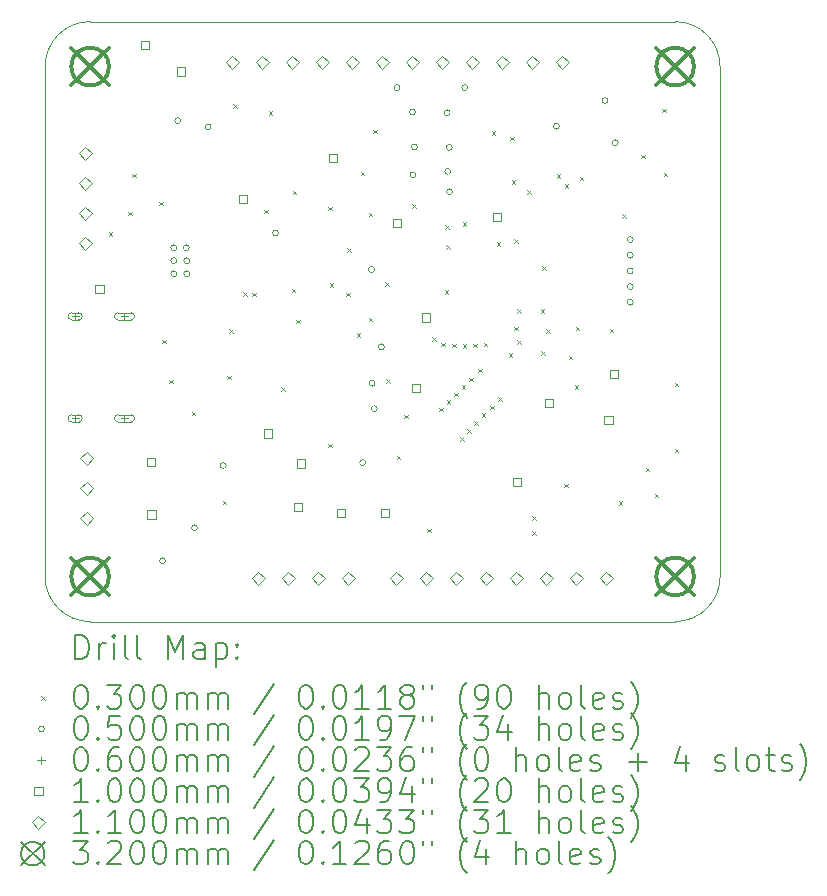
<source format=gbr>
%TF.GenerationSoftware,KiCad,Pcbnew,8.0.6*%
%TF.CreationDate,2024-12-10T14:38:14-08:00*%
%TF.ProjectId,Constellation Stack V1.2,436f6e73-7465-46c6-9c61-74696f6e2053,rev?*%
%TF.SameCoordinates,Original*%
%TF.FileFunction,Drillmap*%
%TF.FilePolarity,Positive*%
%FSLAX45Y45*%
G04 Gerber Fmt 4.5, Leading zero omitted, Abs format (unit mm)*
G04 Created by KiCad (PCBNEW 8.0.6) date 2024-12-10 14:38:14*
%MOMM*%
%LPD*%
G01*
G04 APERTURE LIST*
%ADD10C,0.100000*%
%ADD11C,0.200000*%
%ADD12C,0.110000*%
%ADD13C,0.320000*%
G04 APERTURE END LIST*
D10*
X7874000Y-2540000D02*
G75*
G02*
X8255000Y-2921000I0J-381000D01*
G01*
X2540000Y-2921000D02*
G75*
G02*
X2921000Y-2540000I381000J0D01*
G01*
X7874000Y-7620000D02*
X2921000Y-7620000D01*
X8255000Y-2921000D02*
X8255000Y-7239000D01*
X2921000Y-7620000D02*
G75*
G02*
X2540000Y-7239000I0J381000D01*
G01*
X2540000Y-7239000D02*
X2540000Y-2921000D01*
X8255000Y-7239000D02*
G75*
G02*
X7874000Y-7620000I-381000J0D01*
G01*
X2921000Y-2540000D02*
X7874000Y-2540000D01*
D11*
D10*
X3078000Y-4324000D02*
X3108000Y-4354000D01*
X3108000Y-4324000D02*
X3078000Y-4354000D01*
X3242000Y-4151000D02*
X3272000Y-4181000D01*
X3272000Y-4151000D02*
X3242000Y-4181000D01*
X3279000Y-3827000D02*
X3309000Y-3857000D01*
X3309000Y-3827000D02*
X3279000Y-3857000D01*
X3506000Y-4065000D02*
X3536000Y-4095000D01*
X3536000Y-4065000D02*
X3506000Y-4095000D01*
X3531000Y-5232000D02*
X3561000Y-5262000D01*
X3561000Y-5232000D02*
X3531000Y-5262000D01*
X3590149Y-5573111D02*
X3620149Y-5603111D01*
X3620149Y-5573111D02*
X3590149Y-5603111D01*
X3782000Y-5842000D02*
X3812000Y-5872000D01*
X3812000Y-5842000D02*
X3782000Y-5872000D01*
X4042000Y-6596000D02*
X4072000Y-6626000D01*
X4072000Y-6596000D02*
X4042000Y-6626000D01*
X4083000Y-5536750D02*
X4113000Y-5566750D01*
X4113000Y-5536750D02*
X4083000Y-5566750D01*
X4101000Y-5143000D02*
X4131000Y-5173000D01*
X4131000Y-5143000D02*
X4101000Y-5173000D01*
X4134000Y-3242000D02*
X4164000Y-3272000D01*
X4164000Y-3242000D02*
X4134000Y-3272000D01*
X4217000Y-4833000D02*
X4247000Y-4863000D01*
X4247000Y-4833000D02*
X4217000Y-4863000D01*
X4292000Y-4835000D02*
X4322000Y-4865000D01*
X4322000Y-4835000D02*
X4292000Y-4865000D01*
X4395000Y-4134000D02*
X4425000Y-4164000D01*
X4425000Y-4134000D02*
X4395000Y-4164000D01*
X4433000Y-3299000D02*
X4463000Y-3329000D01*
X4463000Y-3299000D02*
X4433000Y-3329000D01*
X4540000Y-5635000D02*
X4570000Y-5665000D01*
X4570000Y-5635000D02*
X4540000Y-5665000D01*
X4630000Y-4802000D02*
X4660000Y-4832000D01*
X4660000Y-4802000D02*
X4630000Y-4832000D01*
X4634902Y-3973000D02*
X4664902Y-4003000D01*
X4664902Y-3973000D02*
X4634902Y-4003000D01*
X4667581Y-5064086D02*
X4697581Y-5094086D01*
X4697581Y-5064086D02*
X4667581Y-5094086D01*
X4937000Y-6115000D02*
X4967000Y-6145000D01*
X4967000Y-6115000D02*
X4937000Y-6145000D01*
X4939000Y-4109000D02*
X4969000Y-4139000D01*
X4969000Y-4109000D02*
X4939000Y-4139000D01*
X4948000Y-4753000D02*
X4978000Y-4783000D01*
X4978000Y-4753000D02*
X4948000Y-4783000D01*
X5091000Y-4835000D02*
X5121000Y-4865000D01*
X5121000Y-4835000D02*
X5091000Y-4865000D01*
X5097000Y-4461000D02*
X5127000Y-4491000D01*
X5127000Y-4461000D02*
X5097000Y-4491000D01*
X5180000Y-5178000D02*
X5210000Y-5208000D01*
X5210000Y-5178000D02*
X5180000Y-5208000D01*
X5214000Y-3813000D02*
X5244000Y-3843000D01*
X5244000Y-3813000D02*
X5214000Y-3843000D01*
X5279000Y-4160000D02*
X5309000Y-4190000D01*
X5309000Y-4160000D02*
X5279000Y-4190000D01*
X5279000Y-5046000D02*
X5309000Y-5076000D01*
X5309000Y-5046000D02*
X5279000Y-5076000D01*
X5318000Y-3456000D02*
X5348000Y-3486000D01*
X5348000Y-3456000D02*
X5318000Y-3486000D01*
X5419000Y-4749000D02*
X5449000Y-4779000D01*
X5449000Y-4749000D02*
X5419000Y-4779000D01*
X5427000Y-5566000D02*
X5457000Y-5596000D01*
X5457000Y-5566000D02*
X5427000Y-5596000D01*
X5516000Y-6217000D02*
X5546000Y-6247000D01*
X5546000Y-6217000D02*
X5516000Y-6247000D01*
X5579000Y-5868000D02*
X5609000Y-5898000D01*
X5609000Y-5868000D02*
X5579000Y-5898000D01*
X5649000Y-4086000D02*
X5679000Y-4116000D01*
X5679000Y-4086000D02*
X5649000Y-4116000D01*
X5775000Y-6833000D02*
X5805000Y-6863000D01*
X5805000Y-6833000D02*
X5775000Y-6863000D01*
X5818821Y-5213029D02*
X5848821Y-5243029D01*
X5848821Y-5213029D02*
X5818821Y-5243029D01*
X5877063Y-5809592D02*
X5907063Y-5839592D01*
X5907063Y-5809592D02*
X5877063Y-5839592D01*
X5895683Y-5259754D02*
X5925683Y-5289754D01*
X5925683Y-5259754D02*
X5895683Y-5289754D01*
X5924545Y-4814532D02*
X5954545Y-4844532D01*
X5954545Y-4814532D02*
X5924545Y-4844532D01*
X5930000Y-4264000D02*
X5960000Y-4294000D01*
X5960000Y-4264000D02*
X5930000Y-4294000D01*
X5938000Y-4435000D02*
X5968000Y-4465000D01*
X5968000Y-4435000D02*
X5938000Y-4465000D01*
X5940667Y-5745987D02*
X5970667Y-5775987D01*
X5970667Y-5745987D02*
X5940667Y-5775987D01*
X5985219Y-5268379D02*
X6015219Y-5298379D01*
X6015219Y-5268379D02*
X5985219Y-5298379D01*
X6004272Y-5682383D02*
X6034272Y-5712383D01*
X6034272Y-5682383D02*
X6004272Y-5712383D01*
X6056620Y-6057521D02*
X6086620Y-6087521D01*
X6086620Y-6057521D02*
X6056620Y-6087521D01*
X6067876Y-5618778D02*
X6097876Y-5648778D01*
X6097876Y-5618778D02*
X6067876Y-5648778D01*
X6075160Y-5269685D02*
X6105160Y-5299685D01*
X6105160Y-5269685D02*
X6075160Y-5299685D01*
X6077250Y-4241000D02*
X6107250Y-4271000D01*
X6107250Y-4241000D02*
X6077250Y-4271000D01*
X6115367Y-5989404D02*
X6145367Y-6019404D01*
X6145367Y-5989404D02*
X6115367Y-6019404D01*
X6131480Y-5555174D02*
X6161480Y-5585174D01*
X6161480Y-5555174D02*
X6131480Y-5585174D01*
X6165089Y-5267751D02*
X6195089Y-5297751D01*
X6195089Y-5267751D02*
X6165089Y-5297751D01*
X6174773Y-5921862D02*
X6204773Y-5951862D01*
X6204773Y-5921862D02*
X6174773Y-5951862D01*
X6207512Y-5479142D02*
X6237512Y-5509142D01*
X6237512Y-5479142D02*
X6207512Y-5509142D01*
X6238377Y-5858257D02*
X6268377Y-5888257D01*
X6268377Y-5858257D02*
X6238377Y-5888257D01*
X6254613Y-5259000D02*
X6284613Y-5289000D01*
X6284613Y-5259000D02*
X6254613Y-5289000D01*
X6308050Y-5793584D02*
X6338050Y-5823584D01*
X6338050Y-5793584D02*
X6308050Y-5823584D01*
X6320000Y-3468000D02*
X6350000Y-3498000D01*
X6350000Y-3468000D02*
X6320000Y-3498000D01*
X6364000Y-4408000D02*
X6394000Y-4438000D01*
X6394000Y-4408000D02*
X6364000Y-4438000D01*
X6377317Y-5719317D02*
X6407317Y-5749317D01*
X6407317Y-5719317D02*
X6377317Y-5749317D01*
X6464000Y-5350000D02*
X6494000Y-5380000D01*
X6494000Y-5350000D02*
X6464000Y-5380000D01*
X6476000Y-3513000D02*
X6506000Y-3543000D01*
X6506000Y-3513000D02*
X6476000Y-3543000D01*
X6490000Y-3885000D02*
X6520000Y-3915000D01*
X6520000Y-3885000D02*
X6490000Y-3915000D01*
X6511000Y-4383950D02*
X6541000Y-4413950D01*
X6541000Y-4383950D02*
X6511000Y-4413950D01*
X6514000Y-5125000D02*
X6544000Y-5155000D01*
X6544000Y-5125000D02*
X6514000Y-5155000D01*
X6537000Y-4975050D02*
X6567000Y-5005050D01*
X6567000Y-4975050D02*
X6537000Y-5005050D01*
X6539000Y-5240000D02*
X6569000Y-5270000D01*
X6569000Y-5240000D02*
X6539000Y-5270000D01*
X6620000Y-3970000D02*
X6650000Y-4000000D01*
X6650000Y-3970000D02*
X6620000Y-4000000D01*
X6664000Y-6726000D02*
X6694000Y-6756000D01*
X6694000Y-6726000D02*
X6664000Y-6756000D01*
X6664000Y-6855000D02*
X6694000Y-6885000D01*
X6694000Y-6855000D02*
X6664000Y-6885000D01*
X6738000Y-4977000D02*
X6768000Y-5007000D01*
X6768000Y-4977000D02*
X6738000Y-5007000D01*
X6742000Y-5329100D02*
X6772000Y-5359100D01*
X6772000Y-5329100D02*
X6742000Y-5359100D01*
X6750000Y-4612000D02*
X6780000Y-4642000D01*
X6780000Y-4612000D02*
X6750000Y-4642000D01*
X6781000Y-5146000D02*
X6811000Y-5176000D01*
X6811000Y-5146000D02*
X6781000Y-5176000D01*
X6870000Y-3833000D02*
X6900000Y-3863000D01*
X6900000Y-3833000D02*
X6870000Y-3863000D01*
X6936000Y-6452000D02*
X6966000Y-6482000D01*
X6966000Y-6452000D02*
X6936000Y-6482000D01*
X6939000Y-3918000D02*
X6969000Y-3948000D01*
X6969000Y-3918000D02*
X6939000Y-3948000D01*
X6973019Y-5368057D02*
X7003019Y-5398057D01*
X7003019Y-5368057D02*
X6973019Y-5398057D01*
X7026000Y-5621000D02*
X7056000Y-5651000D01*
X7056000Y-5621000D02*
X7026000Y-5651000D01*
X7032000Y-5122950D02*
X7062000Y-5152950D01*
X7062000Y-5122950D02*
X7032000Y-5152950D01*
X7065000Y-3852000D02*
X7095000Y-3882000D01*
X7095000Y-3852000D02*
X7065000Y-3882000D01*
X7319000Y-5140000D02*
X7349000Y-5170000D01*
X7349000Y-5140000D02*
X7319000Y-5170000D01*
X7395000Y-6599500D02*
X7425000Y-6629500D01*
X7425000Y-6599500D02*
X7395000Y-6629500D01*
X7425000Y-4170000D02*
X7455000Y-4200000D01*
X7455000Y-4170000D02*
X7425000Y-4200000D01*
X7585000Y-3669000D02*
X7615000Y-3699000D01*
X7615000Y-3669000D02*
X7585000Y-3699000D01*
X7625000Y-6317000D02*
X7655000Y-6347000D01*
X7655000Y-6317000D02*
X7625000Y-6347000D01*
X7700000Y-6536000D02*
X7730000Y-6566000D01*
X7730000Y-6536000D02*
X7700000Y-6566000D01*
X7764000Y-3276000D02*
X7794000Y-3306000D01*
X7794000Y-3276000D02*
X7764000Y-3306000D01*
X7777000Y-3819000D02*
X7807000Y-3849000D01*
X7807000Y-3819000D02*
X7777000Y-3849000D01*
X7869000Y-5598125D02*
X7899000Y-5628125D01*
X7899000Y-5598125D02*
X7869000Y-5628125D01*
X7871000Y-6158125D02*
X7901000Y-6188125D01*
X7901000Y-6158125D02*
X7871000Y-6188125D01*
X3559000Y-7105000D02*
G75*
G02*
X3509000Y-7105000I-25000J0D01*
G01*
X3509000Y-7105000D02*
G75*
G02*
X3559000Y-7105000I25000J0D01*
G01*
X3655000Y-4455000D02*
G75*
G02*
X3605000Y-4455000I-25000J0D01*
G01*
X3605000Y-4455000D02*
G75*
G02*
X3655000Y-4455000I25000J0D01*
G01*
X3655000Y-4564000D02*
G75*
G02*
X3605000Y-4564000I-25000J0D01*
G01*
X3605000Y-4564000D02*
G75*
G02*
X3655000Y-4564000I25000J0D01*
G01*
X3655000Y-4675000D02*
G75*
G02*
X3605000Y-4675000I-25000J0D01*
G01*
X3605000Y-4675000D02*
G75*
G02*
X3655000Y-4675000I25000J0D01*
G01*
X3686992Y-3378000D02*
G75*
G02*
X3636992Y-3378000I-25000J0D01*
G01*
X3636992Y-3378000D02*
G75*
G02*
X3686992Y-3378000I25000J0D01*
G01*
X3760000Y-4455000D02*
G75*
G02*
X3710000Y-4455000I-25000J0D01*
G01*
X3710000Y-4455000D02*
G75*
G02*
X3760000Y-4455000I25000J0D01*
G01*
X3765000Y-4565000D02*
G75*
G02*
X3715000Y-4565000I-25000J0D01*
G01*
X3715000Y-4565000D02*
G75*
G02*
X3765000Y-4565000I25000J0D01*
G01*
X3765000Y-4675000D02*
G75*
G02*
X3715000Y-4675000I-25000J0D01*
G01*
X3715000Y-4675000D02*
G75*
G02*
X3765000Y-4675000I25000J0D01*
G01*
X3830000Y-6825000D02*
G75*
G02*
X3780000Y-6825000I-25000J0D01*
G01*
X3780000Y-6825000D02*
G75*
G02*
X3830000Y-6825000I25000J0D01*
G01*
X3945000Y-3431000D02*
G75*
G02*
X3895000Y-3431000I-25000J0D01*
G01*
X3895000Y-3431000D02*
G75*
G02*
X3945000Y-3431000I25000J0D01*
G01*
X4072000Y-6299000D02*
G75*
G02*
X4022000Y-6299000I-25000J0D01*
G01*
X4022000Y-6299000D02*
G75*
G02*
X4072000Y-6299000I25000J0D01*
G01*
X4516000Y-4330000D02*
G75*
G02*
X4466000Y-4330000I-25000J0D01*
G01*
X4466000Y-4330000D02*
G75*
G02*
X4516000Y-4330000I25000J0D01*
G01*
X5253000Y-6274000D02*
G75*
G02*
X5203000Y-6274000I-25000J0D01*
G01*
X5203000Y-6274000D02*
G75*
G02*
X5253000Y-6274000I25000J0D01*
G01*
X5328500Y-4639032D02*
G75*
G02*
X5278500Y-4639032I-25000J0D01*
G01*
X5278500Y-4639032D02*
G75*
G02*
X5328500Y-4639032I25000J0D01*
G01*
X5334000Y-5602000D02*
G75*
G02*
X5284000Y-5602000I-25000J0D01*
G01*
X5284000Y-5602000D02*
G75*
G02*
X5334000Y-5602000I25000J0D01*
G01*
X5353000Y-5817000D02*
G75*
G02*
X5303000Y-5817000I-25000J0D01*
G01*
X5303000Y-5817000D02*
G75*
G02*
X5353000Y-5817000I25000J0D01*
G01*
X5412000Y-5294000D02*
G75*
G02*
X5362000Y-5294000I-25000J0D01*
G01*
X5362000Y-5294000D02*
G75*
G02*
X5412000Y-5294000I25000J0D01*
G01*
X5545000Y-3100000D02*
G75*
G02*
X5495000Y-3100000I-25000J0D01*
G01*
X5495000Y-3100000D02*
G75*
G02*
X5545000Y-3100000I25000J0D01*
G01*
X5675828Y-3305877D02*
G75*
G02*
X5625828Y-3305877I-25000J0D01*
G01*
X5625828Y-3305877D02*
G75*
G02*
X5675828Y-3305877I25000J0D01*
G01*
X5679000Y-3838000D02*
G75*
G02*
X5629000Y-3838000I-25000J0D01*
G01*
X5629000Y-3838000D02*
G75*
G02*
X5679000Y-3838000I25000J0D01*
G01*
X5691000Y-3601000D02*
G75*
G02*
X5641000Y-3601000I-25000J0D01*
G01*
X5641000Y-3601000D02*
G75*
G02*
X5691000Y-3601000I25000J0D01*
G01*
X5968938Y-3311680D02*
G75*
G02*
X5918938Y-3311680I-25000J0D01*
G01*
X5918938Y-3311680D02*
G75*
G02*
X5968938Y-3311680I25000J0D01*
G01*
X5973550Y-3808000D02*
G75*
G02*
X5923550Y-3808000I-25000J0D01*
G01*
X5923550Y-3808000D02*
G75*
G02*
X5973550Y-3808000I25000J0D01*
G01*
X5985911Y-3605475D02*
G75*
G02*
X5935911Y-3605475I-25000J0D01*
G01*
X5935911Y-3605475D02*
G75*
G02*
X5985911Y-3605475I25000J0D01*
G01*
X5989000Y-3980000D02*
G75*
G02*
X5939000Y-3980000I-25000J0D01*
G01*
X5939000Y-3980000D02*
G75*
G02*
X5989000Y-3980000I25000J0D01*
G01*
X6117000Y-3099000D02*
G75*
G02*
X6067000Y-3099000I-25000J0D01*
G01*
X6067000Y-3099000D02*
G75*
G02*
X6117000Y-3099000I25000J0D01*
G01*
X6894000Y-3426000D02*
G75*
G02*
X6844000Y-3426000I-25000J0D01*
G01*
X6844000Y-3426000D02*
G75*
G02*
X6894000Y-3426000I25000J0D01*
G01*
X7306000Y-3208000D02*
G75*
G02*
X7256000Y-3208000I-25000J0D01*
G01*
X7256000Y-3208000D02*
G75*
G02*
X7306000Y-3208000I25000J0D01*
G01*
X7392000Y-3566000D02*
G75*
G02*
X7342000Y-3566000I-25000J0D01*
G01*
X7342000Y-3566000D02*
G75*
G02*
X7392000Y-3566000I25000J0D01*
G01*
X7519000Y-4386000D02*
G75*
G02*
X7469000Y-4386000I-25000J0D01*
G01*
X7469000Y-4386000D02*
G75*
G02*
X7519000Y-4386000I25000J0D01*
G01*
X7519000Y-4518500D02*
G75*
G02*
X7469000Y-4518500I-25000J0D01*
G01*
X7469000Y-4518500D02*
G75*
G02*
X7519000Y-4518500I25000J0D01*
G01*
X7519000Y-4651000D02*
G75*
G02*
X7469000Y-4651000I-25000J0D01*
G01*
X7469000Y-4651000D02*
G75*
G02*
X7519000Y-4651000I25000J0D01*
G01*
X7519000Y-4783500D02*
G75*
G02*
X7469000Y-4783500I-25000J0D01*
G01*
X7469000Y-4783500D02*
G75*
G02*
X7519000Y-4783500I25000J0D01*
G01*
X7519000Y-4916000D02*
G75*
G02*
X7469000Y-4916000I-25000J0D01*
G01*
X7469000Y-4916000D02*
G75*
G02*
X7519000Y-4916000I25000J0D01*
G01*
X2794000Y-5005000D02*
X2794000Y-5065000D01*
X2764000Y-5035000D02*
X2824000Y-5035000D01*
X2824000Y-5005000D02*
X2764000Y-5005000D01*
X2764000Y-5065000D02*
G75*
G02*
X2764000Y-5005000I0J30000D01*
G01*
X2764000Y-5065000D02*
X2824000Y-5065000D01*
X2824000Y-5065000D02*
G75*
G03*
X2824000Y-5005000I0J30000D01*
G01*
X2794000Y-5869000D02*
X2794000Y-5929000D01*
X2764000Y-5899000D02*
X2824000Y-5899000D01*
X2824000Y-5869000D02*
X2764000Y-5869000D01*
X2764000Y-5929000D02*
G75*
G02*
X2764000Y-5869000I0J30000D01*
G01*
X2764000Y-5929000D02*
X2824000Y-5929000D01*
X2824000Y-5929000D02*
G75*
G03*
X2824000Y-5869000I0J30000D01*
G01*
X3212000Y-5005000D02*
X3212000Y-5065000D01*
X3182000Y-5035000D02*
X3242000Y-5035000D01*
X3267000Y-5005000D02*
X3157000Y-5005000D01*
X3157000Y-5065000D02*
G75*
G02*
X3157000Y-5005000I0J30000D01*
G01*
X3157000Y-5065000D02*
X3267000Y-5065000D01*
X3267000Y-5065000D02*
G75*
G03*
X3267000Y-5005000I0J30000D01*
G01*
X3212000Y-5869000D02*
X3212000Y-5929000D01*
X3182000Y-5899000D02*
X3242000Y-5899000D01*
X3267000Y-5869000D02*
X3157000Y-5869000D01*
X3157000Y-5929000D02*
G75*
G02*
X3157000Y-5869000I0J30000D01*
G01*
X3157000Y-5929000D02*
X3267000Y-5929000D01*
X3267000Y-5929000D02*
G75*
G03*
X3267000Y-5869000I0J30000D01*
G01*
X3036356Y-4841356D02*
X3036356Y-4770644D01*
X2965644Y-4770644D01*
X2965644Y-4841356D01*
X3036356Y-4841356D01*
X3421356Y-2771356D02*
X3421356Y-2700644D01*
X3350644Y-2700644D01*
X3350644Y-2771356D01*
X3421356Y-2771356D01*
X3472356Y-6303356D02*
X3472356Y-6232644D01*
X3401644Y-6232644D01*
X3401644Y-6303356D01*
X3472356Y-6303356D01*
X3476356Y-6748356D02*
X3476356Y-6677644D01*
X3405644Y-6677644D01*
X3405644Y-6748356D01*
X3476356Y-6748356D01*
X3723356Y-2998356D02*
X3723356Y-2927644D01*
X3652644Y-2927644D01*
X3652644Y-2998356D01*
X3723356Y-2998356D01*
X4251356Y-4079356D02*
X4251356Y-4008644D01*
X4180644Y-4008644D01*
X4180644Y-4079356D01*
X4251356Y-4079356D01*
X4463356Y-6062356D02*
X4463356Y-5991644D01*
X4392644Y-5991644D01*
X4392644Y-6062356D01*
X4463356Y-6062356D01*
X4716356Y-6685356D02*
X4716356Y-6614644D01*
X4645644Y-6614644D01*
X4645644Y-6685356D01*
X4716356Y-6685356D01*
X4742356Y-6316356D02*
X4742356Y-6245644D01*
X4671644Y-6245644D01*
X4671644Y-6316356D01*
X4742356Y-6316356D01*
X5010356Y-3731356D02*
X5010356Y-3660644D01*
X4939644Y-3660644D01*
X4939644Y-3731356D01*
X5010356Y-3731356D01*
X5080356Y-6735356D02*
X5080356Y-6664644D01*
X5009644Y-6664644D01*
X5009644Y-6735356D01*
X5080356Y-6735356D01*
X5452356Y-6735356D02*
X5452356Y-6664644D01*
X5381644Y-6664644D01*
X5381644Y-6735356D01*
X5452356Y-6735356D01*
X5554356Y-4279356D02*
X5554356Y-4208644D01*
X5483644Y-4208644D01*
X5483644Y-4279356D01*
X5554356Y-4279356D01*
X5716356Y-5675356D02*
X5716356Y-5604644D01*
X5645644Y-5604644D01*
X5645644Y-5675356D01*
X5716356Y-5675356D01*
X5799356Y-5079356D02*
X5799356Y-5008644D01*
X5728644Y-5008644D01*
X5728644Y-5079356D01*
X5799356Y-5079356D01*
X6402356Y-4229356D02*
X6402356Y-4158644D01*
X6331644Y-4158644D01*
X6331644Y-4229356D01*
X6402356Y-4229356D01*
X6568356Y-6475356D02*
X6568356Y-6404644D01*
X6497644Y-6404644D01*
X6497644Y-6475356D01*
X6568356Y-6475356D01*
X6844356Y-5802356D02*
X6844356Y-5731644D01*
X6773644Y-5731644D01*
X6773644Y-5802356D01*
X6844356Y-5802356D01*
X7344356Y-5951356D02*
X7344356Y-5880644D01*
X7273644Y-5880644D01*
X7273644Y-5951356D01*
X7344356Y-5951356D01*
X7389356Y-5561356D02*
X7389356Y-5490644D01*
X7318644Y-5490644D01*
X7318644Y-5561356D01*
X7389356Y-5561356D01*
D12*
X2879000Y-3709000D02*
X2934000Y-3654000D01*
X2879000Y-3599000D01*
X2824000Y-3654000D01*
X2879000Y-3709000D01*
X2879000Y-3963000D02*
X2934000Y-3908000D01*
X2879000Y-3853000D01*
X2824000Y-3908000D01*
X2879000Y-3963000D01*
X2879000Y-4217000D02*
X2934000Y-4162000D01*
X2879000Y-4107000D01*
X2824000Y-4162000D01*
X2879000Y-4217000D01*
X2879000Y-4471000D02*
X2934000Y-4416000D01*
X2879000Y-4361000D01*
X2824000Y-4416000D01*
X2879000Y-4471000D01*
X2891000Y-6293000D02*
X2946000Y-6238000D01*
X2891000Y-6183000D01*
X2836000Y-6238000D01*
X2891000Y-6293000D01*
X2891000Y-6547000D02*
X2946000Y-6492000D01*
X2891000Y-6437000D01*
X2836000Y-6492000D01*
X2891000Y-6547000D01*
X2891000Y-6801000D02*
X2946000Y-6746000D01*
X2891000Y-6691000D01*
X2836000Y-6746000D01*
X2891000Y-6801000D01*
X4126000Y-2940000D02*
X4181000Y-2885000D01*
X4126000Y-2830000D01*
X4071000Y-2885000D01*
X4126000Y-2940000D01*
X4343000Y-7307000D02*
X4398000Y-7252000D01*
X4343000Y-7197000D01*
X4288000Y-7252000D01*
X4343000Y-7307000D01*
X4380000Y-2940000D02*
X4435000Y-2885000D01*
X4380000Y-2830000D01*
X4325000Y-2885000D01*
X4380000Y-2940000D01*
X4597000Y-7307000D02*
X4652000Y-7252000D01*
X4597000Y-7197000D01*
X4542000Y-7252000D01*
X4597000Y-7307000D01*
X4634000Y-2940000D02*
X4689000Y-2885000D01*
X4634000Y-2830000D01*
X4579000Y-2885000D01*
X4634000Y-2940000D01*
X4851000Y-7307000D02*
X4906000Y-7252000D01*
X4851000Y-7197000D01*
X4796000Y-7252000D01*
X4851000Y-7307000D01*
X4888000Y-2940000D02*
X4943000Y-2885000D01*
X4888000Y-2830000D01*
X4833000Y-2885000D01*
X4888000Y-2940000D01*
X5105000Y-7307000D02*
X5160000Y-7252000D01*
X5105000Y-7197000D01*
X5050000Y-7252000D01*
X5105000Y-7307000D01*
X5142000Y-2940000D02*
X5197000Y-2885000D01*
X5142000Y-2830000D01*
X5087000Y-2885000D01*
X5142000Y-2940000D01*
X5396000Y-2940000D02*
X5451000Y-2885000D01*
X5396000Y-2830000D01*
X5341000Y-2885000D01*
X5396000Y-2940000D01*
X5515000Y-7308000D02*
X5570000Y-7253000D01*
X5515000Y-7198000D01*
X5460000Y-7253000D01*
X5515000Y-7308000D01*
X5650000Y-2940000D02*
X5705000Y-2885000D01*
X5650000Y-2830000D01*
X5595000Y-2885000D01*
X5650000Y-2940000D01*
X5769000Y-7308000D02*
X5824000Y-7253000D01*
X5769000Y-7198000D01*
X5714000Y-7253000D01*
X5769000Y-7308000D01*
X5904000Y-2940000D02*
X5959000Y-2885000D01*
X5904000Y-2830000D01*
X5849000Y-2885000D01*
X5904000Y-2940000D01*
X6023000Y-7308000D02*
X6078000Y-7253000D01*
X6023000Y-7198000D01*
X5968000Y-7253000D01*
X6023000Y-7308000D01*
X6158000Y-2940000D02*
X6213000Y-2885000D01*
X6158000Y-2830000D01*
X6103000Y-2885000D01*
X6158000Y-2940000D01*
X6277000Y-7308000D02*
X6332000Y-7253000D01*
X6277000Y-7198000D01*
X6222000Y-7253000D01*
X6277000Y-7308000D01*
X6412000Y-2940000D02*
X6467000Y-2885000D01*
X6412000Y-2830000D01*
X6357000Y-2885000D01*
X6412000Y-2940000D01*
X6531000Y-7308000D02*
X6586000Y-7253000D01*
X6531000Y-7198000D01*
X6476000Y-7253000D01*
X6531000Y-7308000D01*
X6666000Y-2940000D02*
X6721000Y-2885000D01*
X6666000Y-2830000D01*
X6611000Y-2885000D01*
X6666000Y-2940000D01*
X6785000Y-7308000D02*
X6840000Y-7253000D01*
X6785000Y-7198000D01*
X6730000Y-7253000D01*
X6785000Y-7308000D01*
X6920000Y-2940000D02*
X6975000Y-2885000D01*
X6920000Y-2830000D01*
X6865000Y-2885000D01*
X6920000Y-2940000D01*
X7039000Y-7308000D02*
X7094000Y-7253000D01*
X7039000Y-7198000D01*
X6984000Y-7253000D01*
X7039000Y-7308000D01*
X7293000Y-7308000D02*
X7348000Y-7253000D01*
X7293000Y-7198000D01*
X7238000Y-7253000D01*
X7293000Y-7308000D01*
D13*
X2761000Y-2761000D02*
X3081000Y-3081000D01*
X3081000Y-2761000D02*
X2761000Y-3081000D01*
X3081000Y-2921000D02*
G75*
G02*
X2761000Y-2921000I-160000J0D01*
G01*
X2761000Y-2921000D02*
G75*
G02*
X3081000Y-2921000I160000J0D01*
G01*
X2761000Y-7079000D02*
X3081000Y-7399000D01*
X3081000Y-7079000D02*
X2761000Y-7399000D01*
X3081000Y-7239000D02*
G75*
G02*
X2761000Y-7239000I-160000J0D01*
G01*
X2761000Y-7239000D02*
G75*
G02*
X3081000Y-7239000I160000J0D01*
G01*
X7714000Y-2761000D02*
X8034000Y-3081000D01*
X8034000Y-2761000D02*
X7714000Y-3081000D01*
X8034000Y-2921000D02*
G75*
G02*
X7714000Y-2921000I-160000J0D01*
G01*
X7714000Y-2921000D02*
G75*
G02*
X8034000Y-2921000I160000J0D01*
G01*
X7714000Y-7078000D02*
X8034000Y-7398000D01*
X8034000Y-7078000D02*
X7714000Y-7398000D01*
X8034000Y-7238000D02*
G75*
G02*
X7714000Y-7238000I-160000J0D01*
G01*
X7714000Y-7238000D02*
G75*
G02*
X8034000Y-7238000I160000J0D01*
G01*
D11*
X2795777Y-7936484D02*
X2795777Y-7736484D01*
X2795777Y-7736484D02*
X2843396Y-7736484D01*
X2843396Y-7736484D02*
X2871967Y-7746008D01*
X2871967Y-7746008D02*
X2891015Y-7765055D01*
X2891015Y-7765055D02*
X2900539Y-7784103D01*
X2900539Y-7784103D02*
X2910062Y-7822198D01*
X2910062Y-7822198D02*
X2910062Y-7850769D01*
X2910062Y-7850769D02*
X2900539Y-7888865D01*
X2900539Y-7888865D02*
X2891015Y-7907912D01*
X2891015Y-7907912D02*
X2871967Y-7926960D01*
X2871967Y-7926960D02*
X2843396Y-7936484D01*
X2843396Y-7936484D02*
X2795777Y-7936484D01*
X2995777Y-7936484D02*
X2995777Y-7803150D01*
X2995777Y-7841246D02*
X3005301Y-7822198D01*
X3005301Y-7822198D02*
X3014824Y-7812674D01*
X3014824Y-7812674D02*
X3033872Y-7803150D01*
X3033872Y-7803150D02*
X3052920Y-7803150D01*
X3119586Y-7936484D02*
X3119586Y-7803150D01*
X3119586Y-7736484D02*
X3110062Y-7746008D01*
X3110062Y-7746008D02*
X3119586Y-7755531D01*
X3119586Y-7755531D02*
X3129110Y-7746008D01*
X3129110Y-7746008D02*
X3119586Y-7736484D01*
X3119586Y-7736484D02*
X3119586Y-7755531D01*
X3243396Y-7936484D02*
X3224348Y-7926960D01*
X3224348Y-7926960D02*
X3214824Y-7907912D01*
X3214824Y-7907912D02*
X3214824Y-7736484D01*
X3348158Y-7936484D02*
X3329110Y-7926960D01*
X3329110Y-7926960D02*
X3319586Y-7907912D01*
X3319586Y-7907912D02*
X3319586Y-7736484D01*
X3576729Y-7936484D02*
X3576729Y-7736484D01*
X3576729Y-7736484D02*
X3643396Y-7879341D01*
X3643396Y-7879341D02*
X3710062Y-7736484D01*
X3710062Y-7736484D02*
X3710062Y-7936484D01*
X3891015Y-7936484D02*
X3891015Y-7831722D01*
X3891015Y-7831722D02*
X3881491Y-7812674D01*
X3881491Y-7812674D02*
X3862443Y-7803150D01*
X3862443Y-7803150D02*
X3824348Y-7803150D01*
X3824348Y-7803150D02*
X3805301Y-7812674D01*
X3891015Y-7926960D02*
X3871967Y-7936484D01*
X3871967Y-7936484D02*
X3824348Y-7936484D01*
X3824348Y-7936484D02*
X3805301Y-7926960D01*
X3805301Y-7926960D02*
X3795777Y-7907912D01*
X3795777Y-7907912D02*
X3795777Y-7888865D01*
X3795777Y-7888865D02*
X3805301Y-7869817D01*
X3805301Y-7869817D02*
X3824348Y-7860293D01*
X3824348Y-7860293D02*
X3871967Y-7860293D01*
X3871967Y-7860293D02*
X3891015Y-7850769D01*
X3986253Y-7803150D02*
X3986253Y-8003150D01*
X3986253Y-7812674D02*
X4005301Y-7803150D01*
X4005301Y-7803150D02*
X4043396Y-7803150D01*
X4043396Y-7803150D02*
X4062443Y-7812674D01*
X4062443Y-7812674D02*
X4071967Y-7822198D01*
X4071967Y-7822198D02*
X4081491Y-7841246D01*
X4081491Y-7841246D02*
X4081491Y-7898388D01*
X4081491Y-7898388D02*
X4071967Y-7917436D01*
X4071967Y-7917436D02*
X4062443Y-7926960D01*
X4062443Y-7926960D02*
X4043396Y-7936484D01*
X4043396Y-7936484D02*
X4005301Y-7936484D01*
X4005301Y-7936484D02*
X3986253Y-7926960D01*
X4167205Y-7917436D02*
X4176729Y-7926960D01*
X4176729Y-7926960D02*
X4167205Y-7936484D01*
X4167205Y-7936484D02*
X4157682Y-7926960D01*
X4157682Y-7926960D02*
X4167205Y-7917436D01*
X4167205Y-7917436D02*
X4167205Y-7936484D01*
X4167205Y-7812674D02*
X4176729Y-7822198D01*
X4176729Y-7822198D02*
X4167205Y-7831722D01*
X4167205Y-7831722D02*
X4157682Y-7822198D01*
X4157682Y-7822198D02*
X4167205Y-7812674D01*
X4167205Y-7812674D02*
X4167205Y-7831722D01*
D10*
X2505000Y-8250000D02*
X2535000Y-8280000D01*
X2535000Y-8250000D02*
X2505000Y-8280000D01*
D11*
X2833872Y-8156484D02*
X2852920Y-8156484D01*
X2852920Y-8156484D02*
X2871967Y-8166008D01*
X2871967Y-8166008D02*
X2881491Y-8175531D01*
X2881491Y-8175531D02*
X2891015Y-8194579D01*
X2891015Y-8194579D02*
X2900539Y-8232674D01*
X2900539Y-8232674D02*
X2900539Y-8280293D01*
X2900539Y-8280293D02*
X2891015Y-8318388D01*
X2891015Y-8318388D02*
X2881491Y-8337436D01*
X2881491Y-8337436D02*
X2871967Y-8346960D01*
X2871967Y-8346960D02*
X2852920Y-8356484D01*
X2852920Y-8356484D02*
X2833872Y-8356484D01*
X2833872Y-8356484D02*
X2814824Y-8346960D01*
X2814824Y-8346960D02*
X2805301Y-8337436D01*
X2805301Y-8337436D02*
X2795777Y-8318388D01*
X2795777Y-8318388D02*
X2786253Y-8280293D01*
X2786253Y-8280293D02*
X2786253Y-8232674D01*
X2786253Y-8232674D02*
X2795777Y-8194579D01*
X2795777Y-8194579D02*
X2805301Y-8175531D01*
X2805301Y-8175531D02*
X2814824Y-8166008D01*
X2814824Y-8166008D02*
X2833872Y-8156484D01*
X2986253Y-8337436D02*
X2995777Y-8346960D01*
X2995777Y-8346960D02*
X2986253Y-8356484D01*
X2986253Y-8356484D02*
X2976729Y-8346960D01*
X2976729Y-8346960D02*
X2986253Y-8337436D01*
X2986253Y-8337436D02*
X2986253Y-8356484D01*
X3062443Y-8156484D02*
X3186253Y-8156484D01*
X3186253Y-8156484D02*
X3119586Y-8232674D01*
X3119586Y-8232674D02*
X3148158Y-8232674D01*
X3148158Y-8232674D02*
X3167205Y-8242198D01*
X3167205Y-8242198D02*
X3176729Y-8251722D01*
X3176729Y-8251722D02*
X3186253Y-8270769D01*
X3186253Y-8270769D02*
X3186253Y-8318388D01*
X3186253Y-8318388D02*
X3176729Y-8337436D01*
X3176729Y-8337436D02*
X3167205Y-8346960D01*
X3167205Y-8346960D02*
X3148158Y-8356484D01*
X3148158Y-8356484D02*
X3091015Y-8356484D01*
X3091015Y-8356484D02*
X3071967Y-8346960D01*
X3071967Y-8346960D02*
X3062443Y-8337436D01*
X3310062Y-8156484D02*
X3329110Y-8156484D01*
X3329110Y-8156484D02*
X3348158Y-8166008D01*
X3348158Y-8166008D02*
X3357682Y-8175531D01*
X3357682Y-8175531D02*
X3367205Y-8194579D01*
X3367205Y-8194579D02*
X3376729Y-8232674D01*
X3376729Y-8232674D02*
X3376729Y-8280293D01*
X3376729Y-8280293D02*
X3367205Y-8318388D01*
X3367205Y-8318388D02*
X3357682Y-8337436D01*
X3357682Y-8337436D02*
X3348158Y-8346960D01*
X3348158Y-8346960D02*
X3329110Y-8356484D01*
X3329110Y-8356484D02*
X3310062Y-8356484D01*
X3310062Y-8356484D02*
X3291015Y-8346960D01*
X3291015Y-8346960D02*
X3281491Y-8337436D01*
X3281491Y-8337436D02*
X3271967Y-8318388D01*
X3271967Y-8318388D02*
X3262443Y-8280293D01*
X3262443Y-8280293D02*
X3262443Y-8232674D01*
X3262443Y-8232674D02*
X3271967Y-8194579D01*
X3271967Y-8194579D02*
X3281491Y-8175531D01*
X3281491Y-8175531D02*
X3291015Y-8166008D01*
X3291015Y-8166008D02*
X3310062Y-8156484D01*
X3500539Y-8156484D02*
X3519586Y-8156484D01*
X3519586Y-8156484D02*
X3538634Y-8166008D01*
X3538634Y-8166008D02*
X3548158Y-8175531D01*
X3548158Y-8175531D02*
X3557682Y-8194579D01*
X3557682Y-8194579D02*
X3567205Y-8232674D01*
X3567205Y-8232674D02*
X3567205Y-8280293D01*
X3567205Y-8280293D02*
X3557682Y-8318388D01*
X3557682Y-8318388D02*
X3548158Y-8337436D01*
X3548158Y-8337436D02*
X3538634Y-8346960D01*
X3538634Y-8346960D02*
X3519586Y-8356484D01*
X3519586Y-8356484D02*
X3500539Y-8356484D01*
X3500539Y-8356484D02*
X3481491Y-8346960D01*
X3481491Y-8346960D02*
X3471967Y-8337436D01*
X3471967Y-8337436D02*
X3462443Y-8318388D01*
X3462443Y-8318388D02*
X3452920Y-8280293D01*
X3452920Y-8280293D02*
X3452920Y-8232674D01*
X3452920Y-8232674D02*
X3462443Y-8194579D01*
X3462443Y-8194579D02*
X3471967Y-8175531D01*
X3471967Y-8175531D02*
X3481491Y-8166008D01*
X3481491Y-8166008D02*
X3500539Y-8156484D01*
X3652920Y-8356484D02*
X3652920Y-8223150D01*
X3652920Y-8242198D02*
X3662443Y-8232674D01*
X3662443Y-8232674D02*
X3681491Y-8223150D01*
X3681491Y-8223150D02*
X3710063Y-8223150D01*
X3710063Y-8223150D02*
X3729110Y-8232674D01*
X3729110Y-8232674D02*
X3738634Y-8251722D01*
X3738634Y-8251722D02*
X3738634Y-8356484D01*
X3738634Y-8251722D02*
X3748158Y-8232674D01*
X3748158Y-8232674D02*
X3767205Y-8223150D01*
X3767205Y-8223150D02*
X3795777Y-8223150D01*
X3795777Y-8223150D02*
X3814824Y-8232674D01*
X3814824Y-8232674D02*
X3824348Y-8251722D01*
X3824348Y-8251722D02*
X3824348Y-8356484D01*
X3919586Y-8356484D02*
X3919586Y-8223150D01*
X3919586Y-8242198D02*
X3929110Y-8232674D01*
X3929110Y-8232674D02*
X3948158Y-8223150D01*
X3948158Y-8223150D02*
X3976729Y-8223150D01*
X3976729Y-8223150D02*
X3995777Y-8232674D01*
X3995777Y-8232674D02*
X4005301Y-8251722D01*
X4005301Y-8251722D02*
X4005301Y-8356484D01*
X4005301Y-8251722D02*
X4014824Y-8232674D01*
X4014824Y-8232674D02*
X4033872Y-8223150D01*
X4033872Y-8223150D02*
X4062443Y-8223150D01*
X4062443Y-8223150D02*
X4081491Y-8232674D01*
X4081491Y-8232674D02*
X4091015Y-8251722D01*
X4091015Y-8251722D02*
X4091015Y-8356484D01*
X4481491Y-8146960D02*
X4310063Y-8404103D01*
X4738634Y-8156484D02*
X4757682Y-8156484D01*
X4757682Y-8156484D02*
X4776729Y-8166008D01*
X4776729Y-8166008D02*
X4786253Y-8175531D01*
X4786253Y-8175531D02*
X4795777Y-8194579D01*
X4795777Y-8194579D02*
X4805301Y-8232674D01*
X4805301Y-8232674D02*
X4805301Y-8280293D01*
X4805301Y-8280293D02*
X4795777Y-8318388D01*
X4795777Y-8318388D02*
X4786253Y-8337436D01*
X4786253Y-8337436D02*
X4776729Y-8346960D01*
X4776729Y-8346960D02*
X4757682Y-8356484D01*
X4757682Y-8356484D02*
X4738634Y-8356484D01*
X4738634Y-8356484D02*
X4719587Y-8346960D01*
X4719587Y-8346960D02*
X4710063Y-8337436D01*
X4710063Y-8337436D02*
X4700539Y-8318388D01*
X4700539Y-8318388D02*
X4691015Y-8280293D01*
X4691015Y-8280293D02*
X4691015Y-8232674D01*
X4691015Y-8232674D02*
X4700539Y-8194579D01*
X4700539Y-8194579D02*
X4710063Y-8175531D01*
X4710063Y-8175531D02*
X4719587Y-8166008D01*
X4719587Y-8166008D02*
X4738634Y-8156484D01*
X4891015Y-8337436D02*
X4900539Y-8346960D01*
X4900539Y-8346960D02*
X4891015Y-8356484D01*
X4891015Y-8356484D02*
X4881491Y-8346960D01*
X4881491Y-8346960D02*
X4891015Y-8337436D01*
X4891015Y-8337436D02*
X4891015Y-8356484D01*
X5024348Y-8156484D02*
X5043396Y-8156484D01*
X5043396Y-8156484D02*
X5062444Y-8166008D01*
X5062444Y-8166008D02*
X5071968Y-8175531D01*
X5071968Y-8175531D02*
X5081491Y-8194579D01*
X5081491Y-8194579D02*
X5091015Y-8232674D01*
X5091015Y-8232674D02*
X5091015Y-8280293D01*
X5091015Y-8280293D02*
X5081491Y-8318388D01*
X5081491Y-8318388D02*
X5071968Y-8337436D01*
X5071968Y-8337436D02*
X5062444Y-8346960D01*
X5062444Y-8346960D02*
X5043396Y-8356484D01*
X5043396Y-8356484D02*
X5024348Y-8356484D01*
X5024348Y-8356484D02*
X5005301Y-8346960D01*
X5005301Y-8346960D02*
X4995777Y-8337436D01*
X4995777Y-8337436D02*
X4986253Y-8318388D01*
X4986253Y-8318388D02*
X4976729Y-8280293D01*
X4976729Y-8280293D02*
X4976729Y-8232674D01*
X4976729Y-8232674D02*
X4986253Y-8194579D01*
X4986253Y-8194579D02*
X4995777Y-8175531D01*
X4995777Y-8175531D02*
X5005301Y-8166008D01*
X5005301Y-8166008D02*
X5024348Y-8156484D01*
X5281491Y-8356484D02*
X5167206Y-8356484D01*
X5224348Y-8356484D02*
X5224348Y-8156484D01*
X5224348Y-8156484D02*
X5205301Y-8185055D01*
X5205301Y-8185055D02*
X5186253Y-8204103D01*
X5186253Y-8204103D02*
X5167206Y-8213627D01*
X5471968Y-8356484D02*
X5357682Y-8356484D01*
X5414825Y-8356484D02*
X5414825Y-8156484D01*
X5414825Y-8156484D02*
X5395777Y-8185055D01*
X5395777Y-8185055D02*
X5376729Y-8204103D01*
X5376729Y-8204103D02*
X5357682Y-8213627D01*
X5586253Y-8242198D02*
X5567206Y-8232674D01*
X5567206Y-8232674D02*
X5557682Y-8223150D01*
X5557682Y-8223150D02*
X5548158Y-8204103D01*
X5548158Y-8204103D02*
X5548158Y-8194579D01*
X5548158Y-8194579D02*
X5557682Y-8175531D01*
X5557682Y-8175531D02*
X5567206Y-8166008D01*
X5567206Y-8166008D02*
X5586253Y-8156484D01*
X5586253Y-8156484D02*
X5624348Y-8156484D01*
X5624348Y-8156484D02*
X5643396Y-8166008D01*
X5643396Y-8166008D02*
X5652920Y-8175531D01*
X5652920Y-8175531D02*
X5662444Y-8194579D01*
X5662444Y-8194579D02*
X5662444Y-8204103D01*
X5662444Y-8204103D02*
X5652920Y-8223150D01*
X5652920Y-8223150D02*
X5643396Y-8232674D01*
X5643396Y-8232674D02*
X5624348Y-8242198D01*
X5624348Y-8242198D02*
X5586253Y-8242198D01*
X5586253Y-8242198D02*
X5567206Y-8251722D01*
X5567206Y-8251722D02*
X5557682Y-8261246D01*
X5557682Y-8261246D02*
X5548158Y-8280293D01*
X5548158Y-8280293D02*
X5548158Y-8318388D01*
X5548158Y-8318388D02*
X5557682Y-8337436D01*
X5557682Y-8337436D02*
X5567206Y-8346960D01*
X5567206Y-8346960D02*
X5586253Y-8356484D01*
X5586253Y-8356484D02*
X5624348Y-8356484D01*
X5624348Y-8356484D02*
X5643396Y-8346960D01*
X5643396Y-8346960D02*
X5652920Y-8337436D01*
X5652920Y-8337436D02*
X5662444Y-8318388D01*
X5662444Y-8318388D02*
X5662444Y-8280293D01*
X5662444Y-8280293D02*
X5652920Y-8261246D01*
X5652920Y-8261246D02*
X5643396Y-8251722D01*
X5643396Y-8251722D02*
X5624348Y-8242198D01*
X5738634Y-8156484D02*
X5738634Y-8194579D01*
X5814825Y-8156484D02*
X5814825Y-8194579D01*
X6110063Y-8432674D02*
X6100539Y-8423150D01*
X6100539Y-8423150D02*
X6081491Y-8394579D01*
X6081491Y-8394579D02*
X6071968Y-8375531D01*
X6071968Y-8375531D02*
X6062444Y-8346960D01*
X6062444Y-8346960D02*
X6052920Y-8299341D01*
X6052920Y-8299341D02*
X6052920Y-8261246D01*
X6052920Y-8261246D02*
X6062444Y-8213627D01*
X6062444Y-8213627D02*
X6071968Y-8185055D01*
X6071968Y-8185055D02*
X6081491Y-8166008D01*
X6081491Y-8166008D02*
X6100539Y-8137436D01*
X6100539Y-8137436D02*
X6110063Y-8127912D01*
X6195777Y-8356484D02*
X6233872Y-8356484D01*
X6233872Y-8356484D02*
X6252920Y-8346960D01*
X6252920Y-8346960D02*
X6262444Y-8337436D01*
X6262444Y-8337436D02*
X6281491Y-8308865D01*
X6281491Y-8308865D02*
X6291015Y-8270769D01*
X6291015Y-8270769D02*
X6291015Y-8194579D01*
X6291015Y-8194579D02*
X6281491Y-8175531D01*
X6281491Y-8175531D02*
X6271968Y-8166008D01*
X6271968Y-8166008D02*
X6252920Y-8156484D01*
X6252920Y-8156484D02*
X6214825Y-8156484D01*
X6214825Y-8156484D02*
X6195777Y-8166008D01*
X6195777Y-8166008D02*
X6186253Y-8175531D01*
X6186253Y-8175531D02*
X6176729Y-8194579D01*
X6176729Y-8194579D02*
X6176729Y-8242198D01*
X6176729Y-8242198D02*
X6186253Y-8261246D01*
X6186253Y-8261246D02*
X6195777Y-8270769D01*
X6195777Y-8270769D02*
X6214825Y-8280293D01*
X6214825Y-8280293D02*
X6252920Y-8280293D01*
X6252920Y-8280293D02*
X6271968Y-8270769D01*
X6271968Y-8270769D02*
X6281491Y-8261246D01*
X6281491Y-8261246D02*
X6291015Y-8242198D01*
X6414825Y-8156484D02*
X6433872Y-8156484D01*
X6433872Y-8156484D02*
X6452920Y-8166008D01*
X6452920Y-8166008D02*
X6462444Y-8175531D01*
X6462444Y-8175531D02*
X6471968Y-8194579D01*
X6471968Y-8194579D02*
X6481491Y-8232674D01*
X6481491Y-8232674D02*
X6481491Y-8280293D01*
X6481491Y-8280293D02*
X6471968Y-8318388D01*
X6471968Y-8318388D02*
X6462444Y-8337436D01*
X6462444Y-8337436D02*
X6452920Y-8346960D01*
X6452920Y-8346960D02*
X6433872Y-8356484D01*
X6433872Y-8356484D02*
X6414825Y-8356484D01*
X6414825Y-8356484D02*
X6395777Y-8346960D01*
X6395777Y-8346960D02*
X6386253Y-8337436D01*
X6386253Y-8337436D02*
X6376729Y-8318388D01*
X6376729Y-8318388D02*
X6367206Y-8280293D01*
X6367206Y-8280293D02*
X6367206Y-8232674D01*
X6367206Y-8232674D02*
X6376729Y-8194579D01*
X6376729Y-8194579D02*
X6386253Y-8175531D01*
X6386253Y-8175531D02*
X6395777Y-8166008D01*
X6395777Y-8166008D02*
X6414825Y-8156484D01*
X6719587Y-8356484D02*
X6719587Y-8156484D01*
X6805301Y-8356484D02*
X6805301Y-8251722D01*
X6805301Y-8251722D02*
X6795777Y-8232674D01*
X6795777Y-8232674D02*
X6776730Y-8223150D01*
X6776730Y-8223150D02*
X6748158Y-8223150D01*
X6748158Y-8223150D02*
X6729110Y-8232674D01*
X6729110Y-8232674D02*
X6719587Y-8242198D01*
X6929110Y-8356484D02*
X6910063Y-8346960D01*
X6910063Y-8346960D02*
X6900539Y-8337436D01*
X6900539Y-8337436D02*
X6891015Y-8318388D01*
X6891015Y-8318388D02*
X6891015Y-8261246D01*
X6891015Y-8261246D02*
X6900539Y-8242198D01*
X6900539Y-8242198D02*
X6910063Y-8232674D01*
X6910063Y-8232674D02*
X6929110Y-8223150D01*
X6929110Y-8223150D02*
X6957682Y-8223150D01*
X6957682Y-8223150D02*
X6976730Y-8232674D01*
X6976730Y-8232674D02*
X6986253Y-8242198D01*
X6986253Y-8242198D02*
X6995777Y-8261246D01*
X6995777Y-8261246D02*
X6995777Y-8318388D01*
X6995777Y-8318388D02*
X6986253Y-8337436D01*
X6986253Y-8337436D02*
X6976730Y-8346960D01*
X6976730Y-8346960D02*
X6957682Y-8356484D01*
X6957682Y-8356484D02*
X6929110Y-8356484D01*
X7110063Y-8356484D02*
X7091015Y-8346960D01*
X7091015Y-8346960D02*
X7081491Y-8327912D01*
X7081491Y-8327912D02*
X7081491Y-8156484D01*
X7262444Y-8346960D02*
X7243396Y-8356484D01*
X7243396Y-8356484D02*
X7205301Y-8356484D01*
X7205301Y-8356484D02*
X7186253Y-8346960D01*
X7186253Y-8346960D02*
X7176730Y-8327912D01*
X7176730Y-8327912D02*
X7176730Y-8251722D01*
X7176730Y-8251722D02*
X7186253Y-8232674D01*
X7186253Y-8232674D02*
X7205301Y-8223150D01*
X7205301Y-8223150D02*
X7243396Y-8223150D01*
X7243396Y-8223150D02*
X7262444Y-8232674D01*
X7262444Y-8232674D02*
X7271968Y-8251722D01*
X7271968Y-8251722D02*
X7271968Y-8270769D01*
X7271968Y-8270769D02*
X7176730Y-8289817D01*
X7348158Y-8346960D02*
X7367206Y-8356484D01*
X7367206Y-8356484D02*
X7405301Y-8356484D01*
X7405301Y-8356484D02*
X7424349Y-8346960D01*
X7424349Y-8346960D02*
X7433872Y-8327912D01*
X7433872Y-8327912D02*
X7433872Y-8318388D01*
X7433872Y-8318388D02*
X7424349Y-8299341D01*
X7424349Y-8299341D02*
X7405301Y-8289817D01*
X7405301Y-8289817D02*
X7376730Y-8289817D01*
X7376730Y-8289817D02*
X7357682Y-8280293D01*
X7357682Y-8280293D02*
X7348158Y-8261246D01*
X7348158Y-8261246D02*
X7348158Y-8251722D01*
X7348158Y-8251722D02*
X7357682Y-8232674D01*
X7357682Y-8232674D02*
X7376730Y-8223150D01*
X7376730Y-8223150D02*
X7405301Y-8223150D01*
X7405301Y-8223150D02*
X7424349Y-8232674D01*
X7500539Y-8432674D02*
X7510063Y-8423150D01*
X7510063Y-8423150D02*
X7529111Y-8394579D01*
X7529111Y-8394579D02*
X7538634Y-8375531D01*
X7538634Y-8375531D02*
X7548158Y-8346960D01*
X7548158Y-8346960D02*
X7557682Y-8299341D01*
X7557682Y-8299341D02*
X7557682Y-8261246D01*
X7557682Y-8261246D02*
X7548158Y-8213627D01*
X7548158Y-8213627D02*
X7538634Y-8185055D01*
X7538634Y-8185055D02*
X7529111Y-8166008D01*
X7529111Y-8166008D02*
X7510063Y-8137436D01*
X7510063Y-8137436D02*
X7500539Y-8127912D01*
D10*
X2535000Y-8529000D02*
G75*
G02*
X2485000Y-8529000I-25000J0D01*
G01*
X2485000Y-8529000D02*
G75*
G02*
X2535000Y-8529000I25000J0D01*
G01*
D11*
X2833872Y-8420484D02*
X2852920Y-8420484D01*
X2852920Y-8420484D02*
X2871967Y-8430008D01*
X2871967Y-8430008D02*
X2881491Y-8439531D01*
X2881491Y-8439531D02*
X2891015Y-8458579D01*
X2891015Y-8458579D02*
X2900539Y-8496674D01*
X2900539Y-8496674D02*
X2900539Y-8544293D01*
X2900539Y-8544293D02*
X2891015Y-8582389D01*
X2891015Y-8582389D02*
X2881491Y-8601436D01*
X2881491Y-8601436D02*
X2871967Y-8610960D01*
X2871967Y-8610960D02*
X2852920Y-8620484D01*
X2852920Y-8620484D02*
X2833872Y-8620484D01*
X2833872Y-8620484D02*
X2814824Y-8610960D01*
X2814824Y-8610960D02*
X2805301Y-8601436D01*
X2805301Y-8601436D02*
X2795777Y-8582389D01*
X2795777Y-8582389D02*
X2786253Y-8544293D01*
X2786253Y-8544293D02*
X2786253Y-8496674D01*
X2786253Y-8496674D02*
X2795777Y-8458579D01*
X2795777Y-8458579D02*
X2805301Y-8439531D01*
X2805301Y-8439531D02*
X2814824Y-8430008D01*
X2814824Y-8430008D02*
X2833872Y-8420484D01*
X2986253Y-8601436D02*
X2995777Y-8610960D01*
X2995777Y-8610960D02*
X2986253Y-8620484D01*
X2986253Y-8620484D02*
X2976729Y-8610960D01*
X2976729Y-8610960D02*
X2986253Y-8601436D01*
X2986253Y-8601436D02*
X2986253Y-8620484D01*
X3176729Y-8420484D02*
X3081491Y-8420484D01*
X3081491Y-8420484D02*
X3071967Y-8515722D01*
X3071967Y-8515722D02*
X3081491Y-8506198D01*
X3081491Y-8506198D02*
X3100539Y-8496674D01*
X3100539Y-8496674D02*
X3148158Y-8496674D01*
X3148158Y-8496674D02*
X3167205Y-8506198D01*
X3167205Y-8506198D02*
X3176729Y-8515722D01*
X3176729Y-8515722D02*
X3186253Y-8534770D01*
X3186253Y-8534770D02*
X3186253Y-8582389D01*
X3186253Y-8582389D02*
X3176729Y-8601436D01*
X3176729Y-8601436D02*
X3167205Y-8610960D01*
X3167205Y-8610960D02*
X3148158Y-8620484D01*
X3148158Y-8620484D02*
X3100539Y-8620484D01*
X3100539Y-8620484D02*
X3081491Y-8610960D01*
X3081491Y-8610960D02*
X3071967Y-8601436D01*
X3310062Y-8420484D02*
X3329110Y-8420484D01*
X3329110Y-8420484D02*
X3348158Y-8430008D01*
X3348158Y-8430008D02*
X3357682Y-8439531D01*
X3357682Y-8439531D02*
X3367205Y-8458579D01*
X3367205Y-8458579D02*
X3376729Y-8496674D01*
X3376729Y-8496674D02*
X3376729Y-8544293D01*
X3376729Y-8544293D02*
X3367205Y-8582389D01*
X3367205Y-8582389D02*
X3357682Y-8601436D01*
X3357682Y-8601436D02*
X3348158Y-8610960D01*
X3348158Y-8610960D02*
X3329110Y-8620484D01*
X3329110Y-8620484D02*
X3310062Y-8620484D01*
X3310062Y-8620484D02*
X3291015Y-8610960D01*
X3291015Y-8610960D02*
X3281491Y-8601436D01*
X3281491Y-8601436D02*
X3271967Y-8582389D01*
X3271967Y-8582389D02*
X3262443Y-8544293D01*
X3262443Y-8544293D02*
X3262443Y-8496674D01*
X3262443Y-8496674D02*
X3271967Y-8458579D01*
X3271967Y-8458579D02*
X3281491Y-8439531D01*
X3281491Y-8439531D02*
X3291015Y-8430008D01*
X3291015Y-8430008D02*
X3310062Y-8420484D01*
X3500539Y-8420484D02*
X3519586Y-8420484D01*
X3519586Y-8420484D02*
X3538634Y-8430008D01*
X3538634Y-8430008D02*
X3548158Y-8439531D01*
X3548158Y-8439531D02*
X3557682Y-8458579D01*
X3557682Y-8458579D02*
X3567205Y-8496674D01*
X3567205Y-8496674D02*
X3567205Y-8544293D01*
X3567205Y-8544293D02*
X3557682Y-8582389D01*
X3557682Y-8582389D02*
X3548158Y-8601436D01*
X3548158Y-8601436D02*
X3538634Y-8610960D01*
X3538634Y-8610960D02*
X3519586Y-8620484D01*
X3519586Y-8620484D02*
X3500539Y-8620484D01*
X3500539Y-8620484D02*
X3481491Y-8610960D01*
X3481491Y-8610960D02*
X3471967Y-8601436D01*
X3471967Y-8601436D02*
X3462443Y-8582389D01*
X3462443Y-8582389D02*
X3452920Y-8544293D01*
X3452920Y-8544293D02*
X3452920Y-8496674D01*
X3452920Y-8496674D02*
X3462443Y-8458579D01*
X3462443Y-8458579D02*
X3471967Y-8439531D01*
X3471967Y-8439531D02*
X3481491Y-8430008D01*
X3481491Y-8430008D02*
X3500539Y-8420484D01*
X3652920Y-8620484D02*
X3652920Y-8487150D01*
X3652920Y-8506198D02*
X3662443Y-8496674D01*
X3662443Y-8496674D02*
X3681491Y-8487150D01*
X3681491Y-8487150D02*
X3710063Y-8487150D01*
X3710063Y-8487150D02*
X3729110Y-8496674D01*
X3729110Y-8496674D02*
X3738634Y-8515722D01*
X3738634Y-8515722D02*
X3738634Y-8620484D01*
X3738634Y-8515722D02*
X3748158Y-8496674D01*
X3748158Y-8496674D02*
X3767205Y-8487150D01*
X3767205Y-8487150D02*
X3795777Y-8487150D01*
X3795777Y-8487150D02*
X3814824Y-8496674D01*
X3814824Y-8496674D02*
X3824348Y-8515722D01*
X3824348Y-8515722D02*
X3824348Y-8620484D01*
X3919586Y-8620484D02*
X3919586Y-8487150D01*
X3919586Y-8506198D02*
X3929110Y-8496674D01*
X3929110Y-8496674D02*
X3948158Y-8487150D01*
X3948158Y-8487150D02*
X3976729Y-8487150D01*
X3976729Y-8487150D02*
X3995777Y-8496674D01*
X3995777Y-8496674D02*
X4005301Y-8515722D01*
X4005301Y-8515722D02*
X4005301Y-8620484D01*
X4005301Y-8515722D02*
X4014824Y-8496674D01*
X4014824Y-8496674D02*
X4033872Y-8487150D01*
X4033872Y-8487150D02*
X4062443Y-8487150D01*
X4062443Y-8487150D02*
X4081491Y-8496674D01*
X4081491Y-8496674D02*
X4091015Y-8515722D01*
X4091015Y-8515722D02*
X4091015Y-8620484D01*
X4481491Y-8410960D02*
X4310063Y-8668103D01*
X4738634Y-8420484D02*
X4757682Y-8420484D01*
X4757682Y-8420484D02*
X4776729Y-8430008D01*
X4776729Y-8430008D02*
X4786253Y-8439531D01*
X4786253Y-8439531D02*
X4795777Y-8458579D01*
X4795777Y-8458579D02*
X4805301Y-8496674D01*
X4805301Y-8496674D02*
X4805301Y-8544293D01*
X4805301Y-8544293D02*
X4795777Y-8582389D01*
X4795777Y-8582389D02*
X4786253Y-8601436D01*
X4786253Y-8601436D02*
X4776729Y-8610960D01*
X4776729Y-8610960D02*
X4757682Y-8620484D01*
X4757682Y-8620484D02*
X4738634Y-8620484D01*
X4738634Y-8620484D02*
X4719587Y-8610960D01*
X4719587Y-8610960D02*
X4710063Y-8601436D01*
X4710063Y-8601436D02*
X4700539Y-8582389D01*
X4700539Y-8582389D02*
X4691015Y-8544293D01*
X4691015Y-8544293D02*
X4691015Y-8496674D01*
X4691015Y-8496674D02*
X4700539Y-8458579D01*
X4700539Y-8458579D02*
X4710063Y-8439531D01*
X4710063Y-8439531D02*
X4719587Y-8430008D01*
X4719587Y-8430008D02*
X4738634Y-8420484D01*
X4891015Y-8601436D02*
X4900539Y-8610960D01*
X4900539Y-8610960D02*
X4891015Y-8620484D01*
X4891015Y-8620484D02*
X4881491Y-8610960D01*
X4881491Y-8610960D02*
X4891015Y-8601436D01*
X4891015Y-8601436D02*
X4891015Y-8620484D01*
X5024348Y-8420484D02*
X5043396Y-8420484D01*
X5043396Y-8420484D02*
X5062444Y-8430008D01*
X5062444Y-8430008D02*
X5071968Y-8439531D01*
X5071968Y-8439531D02*
X5081491Y-8458579D01*
X5081491Y-8458579D02*
X5091015Y-8496674D01*
X5091015Y-8496674D02*
X5091015Y-8544293D01*
X5091015Y-8544293D02*
X5081491Y-8582389D01*
X5081491Y-8582389D02*
X5071968Y-8601436D01*
X5071968Y-8601436D02*
X5062444Y-8610960D01*
X5062444Y-8610960D02*
X5043396Y-8620484D01*
X5043396Y-8620484D02*
X5024348Y-8620484D01*
X5024348Y-8620484D02*
X5005301Y-8610960D01*
X5005301Y-8610960D02*
X4995777Y-8601436D01*
X4995777Y-8601436D02*
X4986253Y-8582389D01*
X4986253Y-8582389D02*
X4976729Y-8544293D01*
X4976729Y-8544293D02*
X4976729Y-8496674D01*
X4976729Y-8496674D02*
X4986253Y-8458579D01*
X4986253Y-8458579D02*
X4995777Y-8439531D01*
X4995777Y-8439531D02*
X5005301Y-8430008D01*
X5005301Y-8430008D02*
X5024348Y-8420484D01*
X5281491Y-8620484D02*
X5167206Y-8620484D01*
X5224348Y-8620484D02*
X5224348Y-8420484D01*
X5224348Y-8420484D02*
X5205301Y-8449055D01*
X5205301Y-8449055D02*
X5186253Y-8468103D01*
X5186253Y-8468103D02*
X5167206Y-8477627D01*
X5376729Y-8620484D02*
X5414825Y-8620484D01*
X5414825Y-8620484D02*
X5433872Y-8610960D01*
X5433872Y-8610960D02*
X5443396Y-8601436D01*
X5443396Y-8601436D02*
X5462444Y-8572865D01*
X5462444Y-8572865D02*
X5471968Y-8534770D01*
X5471968Y-8534770D02*
X5471968Y-8458579D01*
X5471968Y-8458579D02*
X5462444Y-8439531D01*
X5462444Y-8439531D02*
X5452920Y-8430008D01*
X5452920Y-8430008D02*
X5433872Y-8420484D01*
X5433872Y-8420484D02*
X5395777Y-8420484D01*
X5395777Y-8420484D02*
X5376729Y-8430008D01*
X5376729Y-8430008D02*
X5367206Y-8439531D01*
X5367206Y-8439531D02*
X5357682Y-8458579D01*
X5357682Y-8458579D02*
X5357682Y-8506198D01*
X5357682Y-8506198D02*
X5367206Y-8525246D01*
X5367206Y-8525246D02*
X5376729Y-8534770D01*
X5376729Y-8534770D02*
X5395777Y-8544293D01*
X5395777Y-8544293D02*
X5433872Y-8544293D01*
X5433872Y-8544293D02*
X5452920Y-8534770D01*
X5452920Y-8534770D02*
X5462444Y-8525246D01*
X5462444Y-8525246D02*
X5471968Y-8506198D01*
X5538634Y-8420484D02*
X5671967Y-8420484D01*
X5671967Y-8420484D02*
X5586253Y-8620484D01*
X5738634Y-8420484D02*
X5738634Y-8458579D01*
X5814825Y-8420484D02*
X5814825Y-8458579D01*
X6110063Y-8696674D02*
X6100539Y-8687150D01*
X6100539Y-8687150D02*
X6081491Y-8658579D01*
X6081491Y-8658579D02*
X6071968Y-8639531D01*
X6071968Y-8639531D02*
X6062444Y-8610960D01*
X6062444Y-8610960D02*
X6052920Y-8563341D01*
X6052920Y-8563341D02*
X6052920Y-8525246D01*
X6052920Y-8525246D02*
X6062444Y-8477627D01*
X6062444Y-8477627D02*
X6071968Y-8449055D01*
X6071968Y-8449055D02*
X6081491Y-8430008D01*
X6081491Y-8430008D02*
X6100539Y-8401436D01*
X6100539Y-8401436D02*
X6110063Y-8391912D01*
X6167206Y-8420484D02*
X6291015Y-8420484D01*
X6291015Y-8420484D02*
X6224348Y-8496674D01*
X6224348Y-8496674D02*
X6252920Y-8496674D01*
X6252920Y-8496674D02*
X6271968Y-8506198D01*
X6271968Y-8506198D02*
X6281491Y-8515722D01*
X6281491Y-8515722D02*
X6291015Y-8534770D01*
X6291015Y-8534770D02*
X6291015Y-8582389D01*
X6291015Y-8582389D02*
X6281491Y-8601436D01*
X6281491Y-8601436D02*
X6271968Y-8610960D01*
X6271968Y-8610960D02*
X6252920Y-8620484D01*
X6252920Y-8620484D02*
X6195777Y-8620484D01*
X6195777Y-8620484D02*
X6176729Y-8610960D01*
X6176729Y-8610960D02*
X6167206Y-8601436D01*
X6462444Y-8487150D02*
X6462444Y-8620484D01*
X6414825Y-8410960D02*
X6367206Y-8553817D01*
X6367206Y-8553817D02*
X6491015Y-8553817D01*
X6719587Y-8620484D02*
X6719587Y-8420484D01*
X6805301Y-8620484D02*
X6805301Y-8515722D01*
X6805301Y-8515722D02*
X6795777Y-8496674D01*
X6795777Y-8496674D02*
X6776730Y-8487150D01*
X6776730Y-8487150D02*
X6748158Y-8487150D01*
X6748158Y-8487150D02*
X6729110Y-8496674D01*
X6729110Y-8496674D02*
X6719587Y-8506198D01*
X6929110Y-8620484D02*
X6910063Y-8610960D01*
X6910063Y-8610960D02*
X6900539Y-8601436D01*
X6900539Y-8601436D02*
X6891015Y-8582389D01*
X6891015Y-8582389D02*
X6891015Y-8525246D01*
X6891015Y-8525246D02*
X6900539Y-8506198D01*
X6900539Y-8506198D02*
X6910063Y-8496674D01*
X6910063Y-8496674D02*
X6929110Y-8487150D01*
X6929110Y-8487150D02*
X6957682Y-8487150D01*
X6957682Y-8487150D02*
X6976730Y-8496674D01*
X6976730Y-8496674D02*
X6986253Y-8506198D01*
X6986253Y-8506198D02*
X6995777Y-8525246D01*
X6995777Y-8525246D02*
X6995777Y-8582389D01*
X6995777Y-8582389D02*
X6986253Y-8601436D01*
X6986253Y-8601436D02*
X6976730Y-8610960D01*
X6976730Y-8610960D02*
X6957682Y-8620484D01*
X6957682Y-8620484D02*
X6929110Y-8620484D01*
X7110063Y-8620484D02*
X7091015Y-8610960D01*
X7091015Y-8610960D02*
X7081491Y-8591912D01*
X7081491Y-8591912D02*
X7081491Y-8420484D01*
X7262444Y-8610960D02*
X7243396Y-8620484D01*
X7243396Y-8620484D02*
X7205301Y-8620484D01*
X7205301Y-8620484D02*
X7186253Y-8610960D01*
X7186253Y-8610960D02*
X7176730Y-8591912D01*
X7176730Y-8591912D02*
X7176730Y-8515722D01*
X7176730Y-8515722D02*
X7186253Y-8496674D01*
X7186253Y-8496674D02*
X7205301Y-8487150D01*
X7205301Y-8487150D02*
X7243396Y-8487150D01*
X7243396Y-8487150D02*
X7262444Y-8496674D01*
X7262444Y-8496674D02*
X7271968Y-8515722D01*
X7271968Y-8515722D02*
X7271968Y-8534770D01*
X7271968Y-8534770D02*
X7176730Y-8553817D01*
X7348158Y-8610960D02*
X7367206Y-8620484D01*
X7367206Y-8620484D02*
X7405301Y-8620484D01*
X7405301Y-8620484D02*
X7424349Y-8610960D01*
X7424349Y-8610960D02*
X7433872Y-8591912D01*
X7433872Y-8591912D02*
X7433872Y-8582389D01*
X7433872Y-8582389D02*
X7424349Y-8563341D01*
X7424349Y-8563341D02*
X7405301Y-8553817D01*
X7405301Y-8553817D02*
X7376730Y-8553817D01*
X7376730Y-8553817D02*
X7357682Y-8544293D01*
X7357682Y-8544293D02*
X7348158Y-8525246D01*
X7348158Y-8525246D02*
X7348158Y-8515722D01*
X7348158Y-8515722D02*
X7357682Y-8496674D01*
X7357682Y-8496674D02*
X7376730Y-8487150D01*
X7376730Y-8487150D02*
X7405301Y-8487150D01*
X7405301Y-8487150D02*
X7424349Y-8496674D01*
X7500539Y-8696674D02*
X7510063Y-8687150D01*
X7510063Y-8687150D02*
X7529111Y-8658579D01*
X7529111Y-8658579D02*
X7538634Y-8639531D01*
X7538634Y-8639531D02*
X7548158Y-8610960D01*
X7548158Y-8610960D02*
X7557682Y-8563341D01*
X7557682Y-8563341D02*
X7557682Y-8525246D01*
X7557682Y-8525246D02*
X7548158Y-8477627D01*
X7548158Y-8477627D02*
X7538634Y-8449055D01*
X7538634Y-8449055D02*
X7529111Y-8430008D01*
X7529111Y-8430008D02*
X7510063Y-8401436D01*
X7510063Y-8401436D02*
X7500539Y-8391912D01*
D10*
X2505000Y-8763000D02*
X2505000Y-8823000D01*
X2475000Y-8793000D02*
X2535000Y-8793000D01*
D11*
X2833872Y-8684484D02*
X2852920Y-8684484D01*
X2852920Y-8684484D02*
X2871967Y-8694008D01*
X2871967Y-8694008D02*
X2881491Y-8703531D01*
X2881491Y-8703531D02*
X2891015Y-8722579D01*
X2891015Y-8722579D02*
X2900539Y-8760674D01*
X2900539Y-8760674D02*
X2900539Y-8808293D01*
X2900539Y-8808293D02*
X2891015Y-8846389D01*
X2891015Y-8846389D02*
X2881491Y-8865436D01*
X2881491Y-8865436D02*
X2871967Y-8874960D01*
X2871967Y-8874960D02*
X2852920Y-8884484D01*
X2852920Y-8884484D02*
X2833872Y-8884484D01*
X2833872Y-8884484D02*
X2814824Y-8874960D01*
X2814824Y-8874960D02*
X2805301Y-8865436D01*
X2805301Y-8865436D02*
X2795777Y-8846389D01*
X2795777Y-8846389D02*
X2786253Y-8808293D01*
X2786253Y-8808293D02*
X2786253Y-8760674D01*
X2786253Y-8760674D02*
X2795777Y-8722579D01*
X2795777Y-8722579D02*
X2805301Y-8703531D01*
X2805301Y-8703531D02*
X2814824Y-8694008D01*
X2814824Y-8694008D02*
X2833872Y-8684484D01*
X2986253Y-8865436D02*
X2995777Y-8874960D01*
X2995777Y-8874960D02*
X2986253Y-8884484D01*
X2986253Y-8884484D02*
X2976729Y-8874960D01*
X2976729Y-8874960D02*
X2986253Y-8865436D01*
X2986253Y-8865436D02*
X2986253Y-8884484D01*
X3167205Y-8684484D02*
X3129110Y-8684484D01*
X3129110Y-8684484D02*
X3110062Y-8694008D01*
X3110062Y-8694008D02*
X3100539Y-8703531D01*
X3100539Y-8703531D02*
X3081491Y-8732103D01*
X3081491Y-8732103D02*
X3071967Y-8770198D01*
X3071967Y-8770198D02*
X3071967Y-8846389D01*
X3071967Y-8846389D02*
X3081491Y-8865436D01*
X3081491Y-8865436D02*
X3091015Y-8874960D01*
X3091015Y-8874960D02*
X3110062Y-8884484D01*
X3110062Y-8884484D02*
X3148158Y-8884484D01*
X3148158Y-8884484D02*
X3167205Y-8874960D01*
X3167205Y-8874960D02*
X3176729Y-8865436D01*
X3176729Y-8865436D02*
X3186253Y-8846389D01*
X3186253Y-8846389D02*
X3186253Y-8798770D01*
X3186253Y-8798770D02*
X3176729Y-8779722D01*
X3176729Y-8779722D02*
X3167205Y-8770198D01*
X3167205Y-8770198D02*
X3148158Y-8760674D01*
X3148158Y-8760674D02*
X3110062Y-8760674D01*
X3110062Y-8760674D02*
X3091015Y-8770198D01*
X3091015Y-8770198D02*
X3081491Y-8779722D01*
X3081491Y-8779722D02*
X3071967Y-8798770D01*
X3310062Y-8684484D02*
X3329110Y-8684484D01*
X3329110Y-8684484D02*
X3348158Y-8694008D01*
X3348158Y-8694008D02*
X3357682Y-8703531D01*
X3357682Y-8703531D02*
X3367205Y-8722579D01*
X3367205Y-8722579D02*
X3376729Y-8760674D01*
X3376729Y-8760674D02*
X3376729Y-8808293D01*
X3376729Y-8808293D02*
X3367205Y-8846389D01*
X3367205Y-8846389D02*
X3357682Y-8865436D01*
X3357682Y-8865436D02*
X3348158Y-8874960D01*
X3348158Y-8874960D02*
X3329110Y-8884484D01*
X3329110Y-8884484D02*
X3310062Y-8884484D01*
X3310062Y-8884484D02*
X3291015Y-8874960D01*
X3291015Y-8874960D02*
X3281491Y-8865436D01*
X3281491Y-8865436D02*
X3271967Y-8846389D01*
X3271967Y-8846389D02*
X3262443Y-8808293D01*
X3262443Y-8808293D02*
X3262443Y-8760674D01*
X3262443Y-8760674D02*
X3271967Y-8722579D01*
X3271967Y-8722579D02*
X3281491Y-8703531D01*
X3281491Y-8703531D02*
X3291015Y-8694008D01*
X3291015Y-8694008D02*
X3310062Y-8684484D01*
X3500539Y-8684484D02*
X3519586Y-8684484D01*
X3519586Y-8684484D02*
X3538634Y-8694008D01*
X3538634Y-8694008D02*
X3548158Y-8703531D01*
X3548158Y-8703531D02*
X3557682Y-8722579D01*
X3557682Y-8722579D02*
X3567205Y-8760674D01*
X3567205Y-8760674D02*
X3567205Y-8808293D01*
X3567205Y-8808293D02*
X3557682Y-8846389D01*
X3557682Y-8846389D02*
X3548158Y-8865436D01*
X3548158Y-8865436D02*
X3538634Y-8874960D01*
X3538634Y-8874960D02*
X3519586Y-8884484D01*
X3519586Y-8884484D02*
X3500539Y-8884484D01*
X3500539Y-8884484D02*
X3481491Y-8874960D01*
X3481491Y-8874960D02*
X3471967Y-8865436D01*
X3471967Y-8865436D02*
X3462443Y-8846389D01*
X3462443Y-8846389D02*
X3452920Y-8808293D01*
X3452920Y-8808293D02*
X3452920Y-8760674D01*
X3452920Y-8760674D02*
X3462443Y-8722579D01*
X3462443Y-8722579D02*
X3471967Y-8703531D01*
X3471967Y-8703531D02*
X3481491Y-8694008D01*
X3481491Y-8694008D02*
X3500539Y-8684484D01*
X3652920Y-8884484D02*
X3652920Y-8751150D01*
X3652920Y-8770198D02*
X3662443Y-8760674D01*
X3662443Y-8760674D02*
X3681491Y-8751150D01*
X3681491Y-8751150D02*
X3710063Y-8751150D01*
X3710063Y-8751150D02*
X3729110Y-8760674D01*
X3729110Y-8760674D02*
X3738634Y-8779722D01*
X3738634Y-8779722D02*
X3738634Y-8884484D01*
X3738634Y-8779722D02*
X3748158Y-8760674D01*
X3748158Y-8760674D02*
X3767205Y-8751150D01*
X3767205Y-8751150D02*
X3795777Y-8751150D01*
X3795777Y-8751150D02*
X3814824Y-8760674D01*
X3814824Y-8760674D02*
X3824348Y-8779722D01*
X3824348Y-8779722D02*
X3824348Y-8884484D01*
X3919586Y-8884484D02*
X3919586Y-8751150D01*
X3919586Y-8770198D02*
X3929110Y-8760674D01*
X3929110Y-8760674D02*
X3948158Y-8751150D01*
X3948158Y-8751150D02*
X3976729Y-8751150D01*
X3976729Y-8751150D02*
X3995777Y-8760674D01*
X3995777Y-8760674D02*
X4005301Y-8779722D01*
X4005301Y-8779722D02*
X4005301Y-8884484D01*
X4005301Y-8779722D02*
X4014824Y-8760674D01*
X4014824Y-8760674D02*
X4033872Y-8751150D01*
X4033872Y-8751150D02*
X4062443Y-8751150D01*
X4062443Y-8751150D02*
X4081491Y-8760674D01*
X4081491Y-8760674D02*
X4091015Y-8779722D01*
X4091015Y-8779722D02*
X4091015Y-8884484D01*
X4481491Y-8674960D02*
X4310063Y-8932103D01*
X4738634Y-8684484D02*
X4757682Y-8684484D01*
X4757682Y-8684484D02*
X4776729Y-8694008D01*
X4776729Y-8694008D02*
X4786253Y-8703531D01*
X4786253Y-8703531D02*
X4795777Y-8722579D01*
X4795777Y-8722579D02*
X4805301Y-8760674D01*
X4805301Y-8760674D02*
X4805301Y-8808293D01*
X4805301Y-8808293D02*
X4795777Y-8846389D01*
X4795777Y-8846389D02*
X4786253Y-8865436D01*
X4786253Y-8865436D02*
X4776729Y-8874960D01*
X4776729Y-8874960D02*
X4757682Y-8884484D01*
X4757682Y-8884484D02*
X4738634Y-8884484D01*
X4738634Y-8884484D02*
X4719587Y-8874960D01*
X4719587Y-8874960D02*
X4710063Y-8865436D01*
X4710063Y-8865436D02*
X4700539Y-8846389D01*
X4700539Y-8846389D02*
X4691015Y-8808293D01*
X4691015Y-8808293D02*
X4691015Y-8760674D01*
X4691015Y-8760674D02*
X4700539Y-8722579D01*
X4700539Y-8722579D02*
X4710063Y-8703531D01*
X4710063Y-8703531D02*
X4719587Y-8694008D01*
X4719587Y-8694008D02*
X4738634Y-8684484D01*
X4891015Y-8865436D02*
X4900539Y-8874960D01*
X4900539Y-8874960D02*
X4891015Y-8884484D01*
X4891015Y-8884484D02*
X4881491Y-8874960D01*
X4881491Y-8874960D02*
X4891015Y-8865436D01*
X4891015Y-8865436D02*
X4891015Y-8884484D01*
X5024348Y-8684484D02*
X5043396Y-8684484D01*
X5043396Y-8684484D02*
X5062444Y-8694008D01*
X5062444Y-8694008D02*
X5071968Y-8703531D01*
X5071968Y-8703531D02*
X5081491Y-8722579D01*
X5081491Y-8722579D02*
X5091015Y-8760674D01*
X5091015Y-8760674D02*
X5091015Y-8808293D01*
X5091015Y-8808293D02*
X5081491Y-8846389D01*
X5081491Y-8846389D02*
X5071968Y-8865436D01*
X5071968Y-8865436D02*
X5062444Y-8874960D01*
X5062444Y-8874960D02*
X5043396Y-8884484D01*
X5043396Y-8884484D02*
X5024348Y-8884484D01*
X5024348Y-8884484D02*
X5005301Y-8874960D01*
X5005301Y-8874960D02*
X4995777Y-8865436D01*
X4995777Y-8865436D02*
X4986253Y-8846389D01*
X4986253Y-8846389D02*
X4976729Y-8808293D01*
X4976729Y-8808293D02*
X4976729Y-8760674D01*
X4976729Y-8760674D02*
X4986253Y-8722579D01*
X4986253Y-8722579D02*
X4995777Y-8703531D01*
X4995777Y-8703531D02*
X5005301Y-8694008D01*
X5005301Y-8694008D02*
X5024348Y-8684484D01*
X5167206Y-8703531D02*
X5176729Y-8694008D01*
X5176729Y-8694008D02*
X5195777Y-8684484D01*
X5195777Y-8684484D02*
X5243396Y-8684484D01*
X5243396Y-8684484D02*
X5262444Y-8694008D01*
X5262444Y-8694008D02*
X5271968Y-8703531D01*
X5271968Y-8703531D02*
X5281491Y-8722579D01*
X5281491Y-8722579D02*
X5281491Y-8741627D01*
X5281491Y-8741627D02*
X5271968Y-8770198D01*
X5271968Y-8770198D02*
X5157682Y-8884484D01*
X5157682Y-8884484D02*
X5281491Y-8884484D01*
X5348158Y-8684484D02*
X5471968Y-8684484D01*
X5471968Y-8684484D02*
X5405301Y-8760674D01*
X5405301Y-8760674D02*
X5433872Y-8760674D01*
X5433872Y-8760674D02*
X5452920Y-8770198D01*
X5452920Y-8770198D02*
X5462444Y-8779722D01*
X5462444Y-8779722D02*
X5471968Y-8798770D01*
X5471968Y-8798770D02*
X5471968Y-8846389D01*
X5471968Y-8846389D02*
X5462444Y-8865436D01*
X5462444Y-8865436D02*
X5452920Y-8874960D01*
X5452920Y-8874960D02*
X5433872Y-8884484D01*
X5433872Y-8884484D02*
X5376729Y-8884484D01*
X5376729Y-8884484D02*
X5357682Y-8874960D01*
X5357682Y-8874960D02*
X5348158Y-8865436D01*
X5643396Y-8684484D02*
X5605301Y-8684484D01*
X5605301Y-8684484D02*
X5586253Y-8694008D01*
X5586253Y-8694008D02*
X5576729Y-8703531D01*
X5576729Y-8703531D02*
X5557682Y-8732103D01*
X5557682Y-8732103D02*
X5548158Y-8770198D01*
X5548158Y-8770198D02*
X5548158Y-8846389D01*
X5548158Y-8846389D02*
X5557682Y-8865436D01*
X5557682Y-8865436D02*
X5567206Y-8874960D01*
X5567206Y-8874960D02*
X5586253Y-8884484D01*
X5586253Y-8884484D02*
X5624348Y-8884484D01*
X5624348Y-8884484D02*
X5643396Y-8874960D01*
X5643396Y-8874960D02*
X5652920Y-8865436D01*
X5652920Y-8865436D02*
X5662444Y-8846389D01*
X5662444Y-8846389D02*
X5662444Y-8798770D01*
X5662444Y-8798770D02*
X5652920Y-8779722D01*
X5652920Y-8779722D02*
X5643396Y-8770198D01*
X5643396Y-8770198D02*
X5624348Y-8760674D01*
X5624348Y-8760674D02*
X5586253Y-8760674D01*
X5586253Y-8760674D02*
X5567206Y-8770198D01*
X5567206Y-8770198D02*
X5557682Y-8779722D01*
X5557682Y-8779722D02*
X5548158Y-8798770D01*
X5738634Y-8684484D02*
X5738634Y-8722579D01*
X5814825Y-8684484D02*
X5814825Y-8722579D01*
X6110063Y-8960674D02*
X6100539Y-8951150D01*
X6100539Y-8951150D02*
X6081491Y-8922579D01*
X6081491Y-8922579D02*
X6071968Y-8903531D01*
X6071968Y-8903531D02*
X6062444Y-8874960D01*
X6062444Y-8874960D02*
X6052920Y-8827341D01*
X6052920Y-8827341D02*
X6052920Y-8789246D01*
X6052920Y-8789246D02*
X6062444Y-8741627D01*
X6062444Y-8741627D02*
X6071968Y-8713055D01*
X6071968Y-8713055D02*
X6081491Y-8694008D01*
X6081491Y-8694008D02*
X6100539Y-8665436D01*
X6100539Y-8665436D02*
X6110063Y-8655912D01*
X6224348Y-8684484D02*
X6243396Y-8684484D01*
X6243396Y-8684484D02*
X6262444Y-8694008D01*
X6262444Y-8694008D02*
X6271968Y-8703531D01*
X6271968Y-8703531D02*
X6281491Y-8722579D01*
X6281491Y-8722579D02*
X6291015Y-8760674D01*
X6291015Y-8760674D02*
X6291015Y-8808293D01*
X6291015Y-8808293D02*
X6281491Y-8846389D01*
X6281491Y-8846389D02*
X6271968Y-8865436D01*
X6271968Y-8865436D02*
X6262444Y-8874960D01*
X6262444Y-8874960D02*
X6243396Y-8884484D01*
X6243396Y-8884484D02*
X6224348Y-8884484D01*
X6224348Y-8884484D02*
X6205301Y-8874960D01*
X6205301Y-8874960D02*
X6195777Y-8865436D01*
X6195777Y-8865436D02*
X6186253Y-8846389D01*
X6186253Y-8846389D02*
X6176729Y-8808293D01*
X6176729Y-8808293D02*
X6176729Y-8760674D01*
X6176729Y-8760674D02*
X6186253Y-8722579D01*
X6186253Y-8722579D02*
X6195777Y-8703531D01*
X6195777Y-8703531D02*
X6205301Y-8694008D01*
X6205301Y-8694008D02*
X6224348Y-8684484D01*
X6529110Y-8884484D02*
X6529110Y-8684484D01*
X6614825Y-8884484D02*
X6614825Y-8779722D01*
X6614825Y-8779722D02*
X6605301Y-8760674D01*
X6605301Y-8760674D02*
X6586253Y-8751150D01*
X6586253Y-8751150D02*
X6557682Y-8751150D01*
X6557682Y-8751150D02*
X6538634Y-8760674D01*
X6538634Y-8760674D02*
X6529110Y-8770198D01*
X6738634Y-8884484D02*
X6719587Y-8874960D01*
X6719587Y-8874960D02*
X6710063Y-8865436D01*
X6710063Y-8865436D02*
X6700539Y-8846389D01*
X6700539Y-8846389D02*
X6700539Y-8789246D01*
X6700539Y-8789246D02*
X6710063Y-8770198D01*
X6710063Y-8770198D02*
X6719587Y-8760674D01*
X6719587Y-8760674D02*
X6738634Y-8751150D01*
X6738634Y-8751150D02*
X6767206Y-8751150D01*
X6767206Y-8751150D02*
X6786253Y-8760674D01*
X6786253Y-8760674D02*
X6795777Y-8770198D01*
X6795777Y-8770198D02*
X6805301Y-8789246D01*
X6805301Y-8789246D02*
X6805301Y-8846389D01*
X6805301Y-8846389D02*
X6795777Y-8865436D01*
X6795777Y-8865436D02*
X6786253Y-8874960D01*
X6786253Y-8874960D02*
X6767206Y-8884484D01*
X6767206Y-8884484D02*
X6738634Y-8884484D01*
X6919587Y-8884484D02*
X6900539Y-8874960D01*
X6900539Y-8874960D02*
X6891015Y-8855912D01*
X6891015Y-8855912D02*
X6891015Y-8684484D01*
X7071968Y-8874960D02*
X7052920Y-8884484D01*
X7052920Y-8884484D02*
X7014825Y-8884484D01*
X7014825Y-8884484D02*
X6995777Y-8874960D01*
X6995777Y-8874960D02*
X6986253Y-8855912D01*
X6986253Y-8855912D02*
X6986253Y-8779722D01*
X6986253Y-8779722D02*
X6995777Y-8760674D01*
X6995777Y-8760674D02*
X7014825Y-8751150D01*
X7014825Y-8751150D02*
X7052920Y-8751150D01*
X7052920Y-8751150D02*
X7071968Y-8760674D01*
X7071968Y-8760674D02*
X7081491Y-8779722D01*
X7081491Y-8779722D02*
X7081491Y-8798770D01*
X7081491Y-8798770D02*
X6986253Y-8817817D01*
X7157682Y-8874960D02*
X7176730Y-8884484D01*
X7176730Y-8884484D02*
X7214825Y-8884484D01*
X7214825Y-8884484D02*
X7233872Y-8874960D01*
X7233872Y-8874960D02*
X7243396Y-8855912D01*
X7243396Y-8855912D02*
X7243396Y-8846389D01*
X7243396Y-8846389D02*
X7233872Y-8827341D01*
X7233872Y-8827341D02*
X7214825Y-8817817D01*
X7214825Y-8817817D02*
X7186253Y-8817817D01*
X7186253Y-8817817D02*
X7167206Y-8808293D01*
X7167206Y-8808293D02*
X7157682Y-8789246D01*
X7157682Y-8789246D02*
X7157682Y-8779722D01*
X7157682Y-8779722D02*
X7167206Y-8760674D01*
X7167206Y-8760674D02*
X7186253Y-8751150D01*
X7186253Y-8751150D02*
X7214825Y-8751150D01*
X7214825Y-8751150D02*
X7233872Y-8760674D01*
X7481492Y-8808293D02*
X7633873Y-8808293D01*
X7557682Y-8884484D02*
X7557682Y-8732103D01*
X7967206Y-8751150D02*
X7967206Y-8884484D01*
X7919587Y-8674960D02*
X7871968Y-8817817D01*
X7871968Y-8817817D02*
X7995777Y-8817817D01*
X8214825Y-8874960D02*
X8233873Y-8884484D01*
X8233873Y-8884484D02*
X8271968Y-8884484D01*
X8271968Y-8884484D02*
X8291015Y-8874960D01*
X8291015Y-8874960D02*
X8300539Y-8855912D01*
X8300539Y-8855912D02*
X8300539Y-8846389D01*
X8300539Y-8846389D02*
X8291015Y-8827341D01*
X8291015Y-8827341D02*
X8271968Y-8817817D01*
X8271968Y-8817817D02*
X8243396Y-8817817D01*
X8243396Y-8817817D02*
X8224349Y-8808293D01*
X8224349Y-8808293D02*
X8214825Y-8789246D01*
X8214825Y-8789246D02*
X8214825Y-8779722D01*
X8214825Y-8779722D02*
X8224349Y-8760674D01*
X8224349Y-8760674D02*
X8243396Y-8751150D01*
X8243396Y-8751150D02*
X8271968Y-8751150D01*
X8271968Y-8751150D02*
X8291015Y-8760674D01*
X8414825Y-8884484D02*
X8395777Y-8874960D01*
X8395777Y-8874960D02*
X8386254Y-8855912D01*
X8386254Y-8855912D02*
X8386254Y-8684484D01*
X8519587Y-8884484D02*
X8500539Y-8874960D01*
X8500539Y-8874960D02*
X8491016Y-8865436D01*
X8491016Y-8865436D02*
X8481492Y-8846389D01*
X8481492Y-8846389D02*
X8481492Y-8789246D01*
X8481492Y-8789246D02*
X8491016Y-8770198D01*
X8491016Y-8770198D02*
X8500539Y-8760674D01*
X8500539Y-8760674D02*
X8519587Y-8751150D01*
X8519587Y-8751150D02*
X8548158Y-8751150D01*
X8548158Y-8751150D02*
X8567206Y-8760674D01*
X8567206Y-8760674D02*
X8576730Y-8770198D01*
X8576730Y-8770198D02*
X8586254Y-8789246D01*
X8586254Y-8789246D02*
X8586254Y-8846389D01*
X8586254Y-8846389D02*
X8576730Y-8865436D01*
X8576730Y-8865436D02*
X8567206Y-8874960D01*
X8567206Y-8874960D02*
X8548158Y-8884484D01*
X8548158Y-8884484D02*
X8519587Y-8884484D01*
X8643397Y-8751150D02*
X8719587Y-8751150D01*
X8671968Y-8684484D02*
X8671968Y-8855912D01*
X8671968Y-8855912D02*
X8681492Y-8874960D01*
X8681492Y-8874960D02*
X8700539Y-8884484D01*
X8700539Y-8884484D02*
X8719587Y-8884484D01*
X8776730Y-8874960D02*
X8795777Y-8884484D01*
X8795777Y-8884484D02*
X8833873Y-8884484D01*
X8833873Y-8884484D02*
X8852920Y-8874960D01*
X8852920Y-8874960D02*
X8862444Y-8855912D01*
X8862444Y-8855912D02*
X8862444Y-8846389D01*
X8862444Y-8846389D02*
X8852920Y-8827341D01*
X8852920Y-8827341D02*
X8833873Y-8817817D01*
X8833873Y-8817817D02*
X8805301Y-8817817D01*
X8805301Y-8817817D02*
X8786254Y-8808293D01*
X8786254Y-8808293D02*
X8776730Y-8789246D01*
X8776730Y-8789246D02*
X8776730Y-8779722D01*
X8776730Y-8779722D02*
X8786254Y-8760674D01*
X8786254Y-8760674D02*
X8805301Y-8751150D01*
X8805301Y-8751150D02*
X8833873Y-8751150D01*
X8833873Y-8751150D02*
X8852920Y-8760674D01*
X8929111Y-8960674D02*
X8938635Y-8951150D01*
X8938635Y-8951150D02*
X8957682Y-8922579D01*
X8957682Y-8922579D02*
X8967206Y-8903531D01*
X8967206Y-8903531D02*
X8976730Y-8874960D01*
X8976730Y-8874960D02*
X8986254Y-8827341D01*
X8986254Y-8827341D02*
X8986254Y-8789246D01*
X8986254Y-8789246D02*
X8976730Y-8741627D01*
X8976730Y-8741627D02*
X8967206Y-8713055D01*
X8967206Y-8713055D02*
X8957682Y-8694008D01*
X8957682Y-8694008D02*
X8938635Y-8665436D01*
X8938635Y-8665436D02*
X8929111Y-8655912D01*
D10*
X2520356Y-9092356D02*
X2520356Y-9021644D01*
X2449644Y-9021644D01*
X2449644Y-9092356D01*
X2520356Y-9092356D01*
D11*
X2900539Y-9148484D02*
X2786253Y-9148484D01*
X2843396Y-9148484D02*
X2843396Y-8948484D01*
X2843396Y-8948484D02*
X2824348Y-8977055D01*
X2824348Y-8977055D02*
X2805301Y-8996103D01*
X2805301Y-8996103D02*
X2786253Y-9005627D01*
X2986253Y-9129436D02*
X2995777Y-9138960D01*
X2995777Y-9138960D02*
X2986253Y-9148484D01*
X2986253Y-9148484D02*
X2976729Y-9138960D01*
X2976729Y-9138960D02*
X2986253Y-9129436D01*
X2986253Y-9129436D02*
X2986253Y-9148484D01*
X3119586Y-8948484D02*
X3138634Y-8948484D01*
X3138634Y-8948484D02*
X3157682Y-8958008D01*
X3157682Y-8958008D02*
X3167205Y-8967531D01*
X3167205Y-8967531D02*
X3176729Y-8986579D01*
X3176729Y-8986579D02*
X3186253Y-9024674D01*
X3186253Y-9024674D02*
X3186253Y-9072293D01*
X3186253Y-9072293D02*
X3176729Y-9110389D01*
X3176729Y-9110389D02*
X3167205Y-9129436D01*
X3167205Y-9129436D02*
X3157682Y-9138960D01*
X3157682Y-9138960D02*
X3138634Y-9148484D01*
X3138634Y-9148484D02*
X3119586Y-9148484D01*
X3119586Y-9148484D02*
X3100539Y-9138960D01*
X3100539Y-9138960D02*
X3091015Y-9129436D01*
X3091015Y-9129436D02*
X3081491Y-9110389D01*
X3081491Y-9110389D02*
X3071967Y-9072293D01*
X3071967Y-9072293D02*
X3071967Y-9024674D01*
X3071967Y-9024674D02*
X3081491Y-8986579D01*
X3081491Y-8986579D02*
X3091015Y-8967531D01*
X3091015Y-8967531D02*
X3100539Y-8958008D01*
X3100539Y-8958008D02*
X3119586Y-8948484D01*
X3310062Y-8948484D02*
X3329110Y-8948484D01*
X3329110Y-8948484D02*
X3348158Y-8958008D01*
X3348158Y-8958008D02*
X3357682Y-8967531D01*
X3357682Y-8967531D02*
X3367205Y-8986579D01*
X3367205Y-8986579D02*
X3376729Y-9024674D01*
X3376729Y-9024674D02*
X3376729Y-9072293D01*
X3376729Y-9072293D02*
X3367205Y-9110389D01*
X3367205Y-9110389D02*
X3357682Y-9129436D01*
X3357682Y-9129436D02*
X3348158Y-9138960D01*
X3348158Y-9138960D02*
X3329110Y-9148484D01*
X3329110Y-9148484D02*
X3310062Y-9148484D01*
X3310062Y-9148484D02*
X3291015Y-9138960D01*
X3291015Y-9138960D02*
X3281491Y-9129436D01*
X3281491Y-9129436D02*
X3271967Y-9110389D01*
X3271967Y-9110389D02*
X3262443Y-9072293D01*
X3262443Y-9072293D02*
X3262443Y-9024674D01*
X3262443Y-9024674D02*
X3271967Y-8986579D01*
X3271967Y-8986579D02*
X3281491Y-8967531D01*
X3281491Y-8967531D02*
X3291015Y-8958008D01*
X3291015Y-8958008D02*
X3310062Y-8948484D01*
X3500539Y-8948484D02*
X3519586Y-8948484D01*
X3519586Y-8948484D02*
X3538634Y-8958008D01*
X3538634Y-8958008D02*
X3548158Y-8967531D01*
X3548158Y-8967531D02*
X3557682Y-8986579D01*
X3557682Y-8986579D02*
X3567205Y-9024674D01*
X3567205Y-9024674D02*
X3567205Y-9072293D01*
X3567205Y-9072293D02*
X3557682Y-9110389D01*
X3557682Y-9110389D02*
X3548158Y-9129436D01*
X3548158Y-9129436D02*
X3538634Y-9138960D01*
X3538634Y-9138960D02*
X3519586Y-9148484D01*
X3519586Y-9148484D02*
X3500539Y-9148484D01*
X3500539Y-9148484D02*
X3481491Y-9138960D01*
X3481491Y-9138960D02*
X3471967Y-9129436D01*
X3471967Y-9129436D02*
X3462443Y-9110389D01*
X3462443Y-9110389D02*
X3452920Y-9072293D01*
X3452920Y-9072293D02*
X3452920Y-9024674D01*
X3452920Y-9024674D02*
X3462443Y-8986579D01*
X3462443Y-8986579D02*
X3471967Y-8967531D01*
X3471967Y-8967531D02*
X3481491Y-8958008D01*
X3481491Y-8958008D02*
X3500539Y-8948484D01*
X3652920Y-9148484D02*
X3652920Y-9015150D01*
X3652920Y-9034198D02*
X3662443Y-9024674D01*
X3662443Y-9024674D02*
X3681491Y-9015150D01*
X3681491Y-9015150D02*
X3710063Y-9015150D01*
X3710063Y-9015150D02*
X3729110Y-9024674D01*
X3729110Y-9024674D02*
X3738634Y-9043722D01*
X3738634Y-9043722D02*
X3738634Y-9148484D01*
X3738634Y-9043722D02*
X3748158Y-9024674D01*
X3748158Y-9024674D02*
X3767205Y-9015150D01*
X3767205Y-9015150D02*
X3795777Y-9015150D01*
X3795777Y-9015150D02*
X3814824Y-9024674D01*
X3814824Y-9024674D02*
X3824348Y-9043722D01*
X3824348Y-9043722D02*
X3824348Y-9148484D01*
X3919586Y-9148484D02*
X3919586Y-9015150D01*
X3919586Y-9034198D02*
X3929110Y-9024674D01*
X3929110Y-9024674D02*
X3948158Y-9015150D01*
X3948158Y-9015150D02*
X3976729Y-9015150D01*
X3976729Y-9015150D02*
X3995777Y-9024674D01*
X3995777Y-9024674D02*
X4005301Y-9043722D01*
X4005301Y-9043722D02*
X4005301Y-9148484D01*
X4005301Y-9043722D02*
X4014824Y-9024674D01*
X4014824Y-9024674D02*
X4033872Y-9015150D01*
X4033872Y-9015150D02*
X4062443Y-9015150D01*
X4062443Y-9015150D02*
X4081491Y-9024674D01*
X4081491Y-9024674D02*
X4091015Y-9043722D01*
X4091015Y-9043722D02*
X4091015Y-9148484D01*
X4481491Y-8938960D02*
X4310063Y-9196103D01*
X4738634Y-8948484D02*
X4757682Y-8948484D01*
X4757682Y-8948484D02*
X4776729Y-8958008D01*
X4776729Y-8958008D02*
X4786253Y-8967531D01*
X4786253Y-8967531D02*
X4795777Y-8986579D01*
X4795777Y-8986579D02*
X4805301Y-9024674D01*
X4805301Y-9024674D02*
X4805301Y-9072293D01*
X4805301Y-9072293D02*
X4795777Y-9110389D01*
X4795777Y-9110389D02*
X4786253Y-9129436D01*
X4786253Y-9129436D02*
X4776729Y-9138960D01*
X4776729Y-9138960D02*
X4757682Y-9148484D01*
X4757682Y-9148484D02*
X4738634Y-9148484D01*
X4738634Y-9148484D02*
X4719587Y-9138960D01*
X4719587Y-9138960D02*
X4710063Y-9129436D01*
X4710063Y-9129436D02*
X4700539Y-9110389D01*
X4700539Y-9110389D02*
X4691015Y-9072293D01*
X4691015Y-9072293D02*
X4691015Y-9024674D01*
X4691015Y-9024674D02*
X4700539Y-8986579D01*
X4700539Y-8986579D02*
X4710063Y-8967531D01*
X4710063Y-8967531D02*
X4719587Y-8958008D01*
X4719587Y-8958008D02*
X4738634Y-8948484D01*
X4891015Y-9129436D02*
X4900539Y-9138960D01*
X4900539Y-9138960D02*
X4891015Y-9148484D01*
X4891015Y-9148484D02*
X4881491Y-9138960D01*
X4881491Y-9138960D02*
X4891015Y-9129436D01*
X4891015Y-9129436D02*
X4891015Y-9148484D01*
X5024348Y-8948484D02*
X5043396Y-8948484D01*
X5043396Y-8948484D02*
X5062444Y-8958008D01*
X5062444Y-8958008D02*
X5071968Y-8967531D01*
X5071968Y-8967531D02*
X5081491Y-8986579D01*
X5081491Y-8986579D02*
X5091015Y-9024674D01*
X5091015Y-9024674D02*
X5091015Y-9072293D01*
X5091015Y-9072293D02*
X5081491Y-9110389D01*
X5081491Y-9110389D02*
X5071968Y-9129436D01*
X5071968Y-9129436D02*
X5062444Y-9138960D01*
X5062444Y-9138960D02*
X5043396Y-9148484D01*
X5043396Y-9148484D02*
X5024348Y-9148484D01*
X5024348Y-9148484D02*
X5005301Y-9138960D01*
X5005301Y-9138960D02*
X4995777Y-9129436D01*
X4995777Y-9129436D02*
X4986253Y-9110389D01*
X4986253Y-9110389D02*
X4976729Y-9072293D01*
X4976729Y-9072293D02*
X4976729Y-9024674D01*
X4976729Y-9024674D02*
X4986253Y-8986579D01*
X4986253Y-8986579D02*
X4995777Y-8967531D01*
X4995777Y-8967531D02*
X5005301Y-8958008D01*
X5005301Y-8958008D02*
X5024348Y-8948484D01*
X5157682Y-8948484D02*
X5281491Y-8948484D01*
X5281491Y-8948484D02*
X5214825Y-9024674D01*
X5214825Y-9024674D02*
X5243396Y-9024674D01*
X5243396Y-9024674D02*
X5262444Y-9034198D01*
X5262444Y-9034198D02*
X5271968Y-9043722D01*
X5271968Y-9043722D02*
X5281491Y-9062770D01*
X5281491Y-9062770D02*
X5281491Y-9110389D01*
X5281491Y-9110389D02*
X5271968Y-9129436D01*
X5271968Y-9129436D02*
X5262444Y-9138960D01*
X5262444Y-9138960D02*
X5243396Y-9148484D01*
X5243396Y-9148484D02*
X5186253Y-9148484D01*
X5186253Y-9148484D02*
X5167206Y-9138960D01*
X5167206Y-9138960D02*
X5157682Y-9129436D01*
X5376729Y-9148484D02*
X5414825Y-9148484D01*
X5414825Y-9148484D02*
X5433872Y-9138960D01*
X5433872Y-9138960D02*
X5443396Y-9129436D01*
X5443396Y-9129436D02*
X5462444Y-9100865D01*
X5462444Y-9100865D02*
X5471968Y-9062770D01*
X5471968Y-9062770D02*
X5471968Y-8986579D01*
X5471968Y-8986579D02*
X5462444Y-8967531D01*
X5462444Y-8967531D02*
X5452920Y-8958008D01*
X5452920Y-8958008D02*
X5433872Y-8948484D01*
X5433872Y-8948484D02*
X5395777Y-8948484D01*
X5395777Y-8948484D02*
X5376729Y-8958008D01*
X5376729Y-8958008D02*
X5367206Y-8967531D01*
X5367206Y-8967531D02*
X5357682Y-8986579D01*
X5357682Y-8986579D02*
X5357682Y-9034198D01*
X5357682Y-9034198D02*
X5367206Y-9053246D01*
X5367206Y-9053246D02*
X5376729Y-9062770D01*
X5376729Y-9062770D02*
X5395777Y-9072293D01*
X5395777Y-9072293D02*
X5433872Y-9072293D01*
X5433872Y-9072293D02*
X5452920Y-9062770D01*
X5452920Y-9062770D02*
X5462444Y-9053246D01*
X5462444Y-9053246D02*
X5471968Y-9034198D01*
X5643396Y-9015150D02*
X5643396Y-9148484D01*
X5595777Y-8938960D02*
X5548158Y-9081817D01*
X5548158Y-9081817D02*
X5671967Y-9081817D01*
X5738634Y-8948484D02*
X5738634Y-8986579D01*
X5814825Y-8948484D02*
X5814825Y-8986579D01*
X6110063Y-9224674D02*
X6100539Y-9215150D01*
X6100539Y-9215150D02*
X6081491Y-9186579D01*
X6081491Y-9186579D02*
X6071968Y-9167531D01*
X6071968Y-9167531D02*
X6062444Y-9138960D01*
X6062444Y-9138960D02*
X6052920Y-9091341D01*
X6052920Y-9091341D02*
X6052920Y-9053246D01*
X6052920Y-9053246D02*
X6062444Y-9005627D01*
X6062444Y-9005627D02*
X6071968Y-8977055D01*
X6071968Y-8977055D02*
X6081491Y-8958008D01*
X6081491Y-8958008D02*
X6100539Y-8929436D01*
X6100539Y-8929436D02*
X6110063Y-8919912D01*
X6176729Y-8967531D02*
X6186253Y-8958008D01*
X6186253Y-8958008D02*
X6205301Y-8948484D01*
X6205301Y-8948484D02*
X6252920Y-8948484D01*
X6252920Y-8948484D02*
X6271968Y-8958008D01*
X6271968Y-8958008D02*
X6281491Y-8967531D01*
X6281491Y-8967531D02*
X6291015Y-8986579D01*
X6291015Y-8986579D02*
X6291015Y-9005627D01*
X6291015Y-9005627D02*
X6281491Y-9034198D01*
X6281491Y-9034198D02*
X6167206Y-9148484D01*
X6167206Y-9148484D02*
X6291015Y-9148484D01*
X6414825Y-8948484D02*
X6433872Y-8948484D01*
X6433872Y-8948484D02*
X6452920Y-8958008D01*
X6452920Y-8958008D02*
X6462444Y-8967531D01*
X6462444Y-8967531D02*
X6471968Y-8986579D01*
X6471968Y-8986579D02*
X6481491Y-9024674D01*
X6481491Y-9024674D02*
X6481491Y-9072293D01*
X6481491Y-9072293D02*
X6471968Y-9110389D01*
X6471968Y-9110389D02*
X6462444Y-9129436D01*
X6462444Y-9129436D02*
X6452920Y-9138960D01*
X6452920Y-9138960D02*
X6433872Y-9148484D01*
X6433872Y-9148484D02*
X6414825Y-9148484D01*
X6414825Y-9148484D02*
X6395777Y-9138960D01*
X6395777Y-9138960D02*
X6386253Y-9129436D01*
X6386253Y-9129436D02*
X6376729Y-9110389D01*
X6376729Y-9110389D02*
X6367206Y-9072293D01*
X6367206Y-9072293D02*
X6367206Y-9024674D01*
X6367206Y-9024674D02*
X6376729Y-8986579D01*
X6376729Y-8986579D02*
X6386253Y-8967531D01*
X6386253Y-8967531D02*
X6395777Y-8958008D01*
X6395777Y-8958008D02*
X6414825Y-8948484D01*
X6719587Y-9148484D02*
X6719587Y-8948484D01*
X6805301Y-9148484D02*
X6805301Y-9043722D01*
X6805301Y-9043722D02*
X6795777Y-9024674D01*
X6795777Y-9024674D02*
X6776730Y-9015150D01*
X6776730Y-9015150D02*
X6748158Y-9015150D01*
X6748158Y-9015150D02*
X6729110Y-9024674D01*
X6729110Y-9024674D02*
X6719587Y-9034198D01*
X6929110Y-9148484D02*
X6910063Y-9138960D01*
X6910063Y-9138960D02*
X6900539Y-9129436D01*
X6900539Y-9129436D02*
X6891015Y-9110389D01*
X6891015Y-9110389D02*
X6891015Y-9053246D01*
X6891015Y-9053246D02*
X6900539Y-9034198D01*
X6900539Y-9034198D02*
X6910063Y-9024674D01*
X6910063Y-9024674D02*
X6929110Y-9015150D01*
X6929110Y-9015150D02*
X6957682Y-9015150D01*
X6957682Y-9015150D02*
X6976730Y-9024674D01*
X6976730Y-9024674D02*
X6986253Y-9034198D01*
X6986253Y-9034198D02*
X6995777Y-9053246D01*
X6995777Y-9053246D02*
X6995777Y-9110389D01*
X6995777Y-9110389D02*
X6986253Y-9129436D01*
X6986253Y-9129436D02*
X6976730Y-9138960D01*
X6976730Y-9138960D02*
X6957682Y-9148484D01*
X6957682Y-9148484D02*
X6929110Y-9148484D01*
X7110063Y-9148484D02*
X7091015Y-9138960D01*
X7091015Y-9138960D02*
X7081491Y-9119912D01*
X7081491Y-9119912D02*
X7081491Y-8948484D01*
X7262444Y-9138960D02*
X7243396Y-9148484D01*
X7243396Y-9148484D02*
X7205301Y-9148484D01*
X7205301Y-9148484D02*
X7186253Y-9138960D01*
X7186253Y-9138960D02*
X7176730Y-9119912D01*
X7176730Y-9119912D02*
X7176730Y-9043722D01*
X7176730Y-9043722D02*
X7186253Y-9024674D01*
X7186253Y-9024674D02*
X7205301Y-9015150D01*
X7205301Y-9015150D02*
X7243396Y-9015150D01*
X7243396Y-9015150D02*
X7262444Y-9024674D01*
X7262444Y-9024674D02*
X7271968Y-9043722D01*
X7271968Y-9043722D02*
X7271968Y-9062770D01*
X7271968Y-9062770D02*
X7176730Y-9081817D01*
X7348158Y-9138960D02*
X7367206Y-9148484D01*
X7367206Y-9148484D02*
X7405301Y-9148484D01*
X7405301Y-9148484D02*
X7424349Y-9138960D01*
X7424349Y-9138960D02*
X7433872Y-9119912D01*
X7433872Y-9119912D02*
X7433872Y-9110389D01*
X7433872Y-9110389D02*
X7424349Y-9091341D01*
X7424349Y-9091341D02*
X7405301Y-9081817D01*
X7405301Y-9081817D02*
X7376730Y-9081817D01*
X7376730Y-9081817D02*
X7357682Y-9072293D01*
X7357682Y-9072293D02*
X7348158Y-9053246D01*
X7348158Y-9053246D02*
X7348158Y-9043722D01*
X7348158Y-9043722D02*
X7357682Y-9024674D01*
X7357682Y-9024674D02*
X7376730Y-9015150D01*
X7376730Y-9015150D02*
X7405301Y-9015150D01*
X7405301Y-9015150D02*
X7424349Y-9024674D01*
X7500539Y-9224674D02*
X7510063Y-9215150D01*
X7510063Y-9215150D02*
X7529111Y-9186579D01*
X7529111Y-9186579D02*
X7538634Y-9167531D01*
X7538634Y-9167531D02*
X7548158Y-9138960D01*
X7548158Y-9138960D02*
X7557682Y-9091341D01*
X7557682Y-9091341D02*
X7557682Y-9053246D01*
X7557682Y-9053246D02*
X7548158Y-9005627D01*
X7548158Y-9005627D02*
X7538634Y-8977055D01*
X7538634Y-8977055D02*
X7529111Y-8958008D01*
X7529111Y-8958008D02*
X7510063Y-8929436D01*
X7510063Y-8929436D02*
X7500539Y-8919912D01*
D12*
X2480000Y-9376000D02*
X2535000Y-9321000D01*
X2480000Y-9266000D01*
X2425000Y-9321000D01*
X2480000Y-9376000D01*
D11*
X2900539Y-9412484D02*
X2786253Y-9412484D01*
X2843396Y-9412484D02*
X2843396Y-9212484D01*
X2843396Y-9212484D02*
X2824348Y-9241055D01*
X2824348Y-9241055D02*
X2805301Y-9260103D01*
X2805301Y-9260103D02*
X2786253Y-9269627D01*
X2986253Y-9393436D02*
X2995777Y-9402960D01*
X2995777Y-9402960D02*
X2986253Y-9412484D01*
X2986253Y-9412484D02*
X2976729Y-9402960D01*
X2976729Y-9402960D02*
X2986253Y-9393436D01*
X2986253Y-9393436D02*
X2986253Y-9412484D01*
X3186253Y-9412484D02*
X3071967Y-9412484D01*
X3129110Y-9412484D02*
X3129110Y-9212484D01*
X3129110Y-9212484D02*
X3110062Y-9241055D01*
X3110062Y-9241055D02*
X3091015Y-9260103D01*
X3091015Y-9260103D02*
X3071967Y-9269627D01*
X3310062Y-9212484D02*
X3329110Y-9212484D01*
X3329110Y-9212484D02*
X3348158Y-9222008D01*
X3348158Y-9222008D02*
X3357682Y-9231531D01*
X3357682Y-9231531D02*
X3367205Y-9250579D01*
X3367205Y-9250579D02*
X3376729Y-9288674D01*
X3376729Y-9288674D02*
X3376729Y-9336293D01*
X3376729Y-9336293D02*
X3367205Y-9374389D01*
X3367205Y-9374389D02*
X3357682Y-9393436D01*
X3357682Y-9393436D02*
X3348158Y-9402960D01*
X3348158Y-9402960D02*
X3329110Y-9412484D01*
X3329110Y-9412484D02*
X3310062Y-9412484D01*
X3310062Y-9412484D02*
X3291015Y-9402960D01*
X3291015Y-9402960D02*
X3281491Y-9393436D01*
X3281491Y-9393436D02*
X3271967Y-9374389D01*
X3271967Y-9374389D02*
X3262443Y-9336293D01*
X3262443Y-9336293D02*
X3262443Y-9288674D01*
X3262443Y-9288674D02*
X3271967Y-9250579D01*
X3271967Y-9250579D02*
X3281491Y-9231531D01*
X3281491Y-9231531D02*
X3291015Y-9222008D01*
X3291015Y-9222008D02*
X3310062Y-9212484D01*
X3500539Y-9212484D02*
X3519586Y-9212484D01*
X3519586Y-9212484D02*
X3538634Y-9222008D01*
X3538634Y-9222008D02*
X3548158Y-9231531D01*
X3548158Y-9231531D02*
X3557682Y-9250579D01*
X3557682Y-9250579D02*
X3567205Y-9288674D01*
X3567205Y-9288674D02*
X3567205Y-9336293D01*
X3567205Y-9336293D02*
X3557682Y-9374389D01*
X3557682Y-9374389D02*
X3548158Y-9393436D01*
X3548158Y-9393436D02*
X3538634Y-9402960D01*
X3538634Y-9402960D02*
X3519586Y-9412484D01*
X3519586Y-9412484D02*
X3500539Y-9412484D01*
X3500539Y-9412484D02*
X3481491Y-9402960D01*
X3481491Y-9402960D02*
X3471967Y-9393436D01*
X3471967Y-9393436D02*
X3462443Y-9374389D01*
X3462443Y-9374389D02*
X3452920Y-9336293D01*
X3452920Y-9336293D02*
X3452920Y-9288674D01*
X3452920Y-9288674D02*
X3462443Y-9250579D01*
X3462443Y-9250579D02*
X3471967Y-9231531D01*
X3471967Y-9231531D02*
X3481491Y-9222008D01*
X3481491Y-9222008D02*
X3500539Y-9212484D01*
X3652920Y-9412484D02*
X3652920Y-9279150D01*
X3652920Y-9298198D02*
X3662443Y-9288674D01*
X3662443Y-9288674D02*
X3681491Y-9279150D01*
X3681491Y-9279150D02*
X3710063Y-9279150D01*
X3710063Y-9279150D02*
X3729110Y-9288674D01*
X3729110Y-9288674D02*
X3738634Y-9307722D01*
X3738634Y-9307722D02*
X3738634Y-9412484D01*
X3738634Y-9307722D02*
X3748158Y-9288674D01*
X3748158Y-9288674D02*
X3767205Y-9279150D01*
X3767205Y-9279150D02*
X3795777Y-9279150D01*
X3795777Y-9279150D02*
X3814824Y-9288674D01*
X3814824Y-9288674D02*
X3824348Y-9307722D01*
X3824348Y-9307722D02*
X3824348Y-9412484D01*
X3919586Y-9412484D02*
X3919586Y-9279150D01*
X3919586Y-9298198D02*
X3929110Y-9288674D01*
X3929110Y-9288674D02*
X3948158Y-9279150D01*
X3948158Y-9279150D02*
X3976729Y-9279150D01*
X3976729Y-9279150D02*
X3995777Y-9288674D01*
X3995777Y-9288674D02*
X4005301Y-9307722D01*
X4005301Y-9307722D02*
X4005301Y-9412484D01*
X4005301Y-9307722D02*
X4014824Y-9288674D01*
X4014824Y-9288674D02*
X4033872Y-9279150D01*
X4033872Y-9279150D02*
X4062443Y-9279150D01*
X4062443Y-9279150D02*
X4081491Y-9288674D01*
X4081491Y-9288674D02*
X4091015Y-9307722D01*
X4091015Y-9307722D02*
X4091015Y-9412484D01*
X4481491Y-9202960D02*
X4310063Y-9460103D01*
X4738634Y-9212484D02*
X4757682Y-9212484D01*
X4757682Y-9212484D02*
X4776729Y-9222008D01*
X4776729Y-9222008D02*
X4786253Y-9231531D01*
X4786253Y-9231531D02*
X4795777Y-9250579D01*
X4795777Y-9250579D02*
X4805301Y-9288674D01*
X4805301Y-9288674D02*
X4805301Y-9336293D01*
X4805301Y-9336293D02*
X4795777Y-9374389D01*
X4795777Y-9374389D02*
X4786253Y-9393436D01*
X4786253Y-9393436D02*
X4776729Y-9402960D01*
X4776729Y-9402960D02*
X4757682Y-9412484D01*
X4757682Y-9412484D02*
X4738634Y-9412484D01*
X4738634Y-9412484D02*
X4719587Y-9402960D01*
X4719587Y-9402960D02*
X4710063Y-9393436D01*
X4710063Y-9393436D02*
X4700539Y-9374389D01*
X4700539Y-9374389D02*
X4691015Y-9336293D01*
X4691015Y-9336293D02*
X4691015Y-9288674D01*
X4691015Y-9288674D02*
X4700539Y-9250579D01*
X4700539Y-9250579D02*
X4710063Y-9231531D01*
X4710063Y-9231531D02*
X4719587Y-9222008D01*
X4719587Y-9222008D02*
X4738634Y-9212484D01*
X4891015Y-9393436D02*
X4900539Y-9402960D01*
X4900539Y-9402960D02*
X4891015Y-9412484D01*
X4891015Y-9412484D02*
X4881491Y-9402960D01*
X4881491Y-9402960D02*
X4891015Y-9393436D01*
X4891015Y-9393436D02*
X4891015Y-9412484D01*
X5024348Y-9212484D02*
X5043396Y-9212484D01*
X5043396Y-9212484D02*
X5062444Y-9222008D01*
X5062444Y-9222008D02*
X5071968Y-9231531D01*
X5071968Y-9231531D02*
X5081491Y-9250579D01*
X5081491Y-9250579D02*
X5091015Y-9288674D01*
X5091015Y-9288674D02*
X5091015Y-9336293D01*
X5091015Y-9336293D02*
X5081491Y-9374389D01*
X5081491Y-9374389D02*
X5071968Y-9393436D01*
X5071968Y-9393436D02*
X5062444Y-9402960D01*
X5062444Y-9402960D02*
X5043396Y-9412484D01*
X5043396Y-9412484D02*
X5024348Y-9412484D01*
X5024348Y-9412484D02*
X5005301Y-9402960D01*
X5005301Y-9402960D02*
X4995777Y-9393436D01*
X4995777Y-9393436D02*
X4986253Y-9374389D01*
X4986253Y-9374389D02*
X4976729Y-9336293D01*
X4976729Y-9336293D02*
X4976729Y-9288674D01*
X4976729Y-9288674D02*
X4986253Y-9250579D01*
X4986253Y-9250579D02*
X4995777Y-9231531D01*
X4995777Y-9231531D02*
X5005301Y-9222008D01*
X5005301Y-9222008D02*
X5024348Y-9212484D01*
X5262444Y-9279150D02*
X5262444Y-9412484D01*
X5214825Y-9202960D02*
X5167206Y-9345817D01*
X5167206Y-9345817D02*
X5291015Y-9345817D01*
X5348158Y-9212484D02*
X5471968Y-9212484D01*
X5471968Y-9212484D02*
X5405301Y-9288674D01*
X5405301Y-9288674D02*
X5433872Y-9288674D01*
X5433872Y-9288674D02*
X5452920Y-9298198D01*
X5452920Y-9298198D02*
X5462444Y-9307722D01*
X5462444Y-9307722D02*
X5471968Y-9326770D01*
X5471968Y-9326770D02*
X5471968Y-9374389D01*
X5471968Y-9374389D02*
X5462444Y-9393436D01*
X5462444Y-9393436D02*
X5452920Y-9402960D01*
X5452920Y-9402960D02*
X5433872Y-9412484D01*
X5433872Y-9412484D02*
X5376729Y-9412484D01*
X5376729Y-9412484D02*
X5357682Y-9402960D01*
X5357682Y-9402960D02*
X5348158Y-9393436D01*
X5538634Y-9212484D02*
X5662444Y-9212484D01*
X5662444Y-9212484D02*
X5595777Y-9288674D01*
X5595777Y-9288674D02*
X5624348Y-9288674D01*
X5624348Y-9288674D02*
X5643396Y-9298198D01*
X5643396Y-9298198D02*
X5652920Y-9307722D01*
X5652920Y-9307722D02*
X5662444Y-9326770D01*
X5662444Y-9326770D02*
X5662444Y-9374389D01*
X5662444Y-9374389D02*
X5652920Y-9393436D01*
X5652920Y-9393436D02*
X5643396Y-9402960D01*
X5643396Y-9402960D02*
X5624348Y-9412484D01*
X5624348Y-9412484D02*
X5567206Y-9412484D01*
X5567206Y-9412484D02*
X5548158Y-9402960D01*
X5548158Y-9402960D02*
X5538634Y-9393436D01*
X5738634Y-9212484D02*
X5738634Y-9250579D01*
X5814825Y-9212484D02*
X5814825Y-9250579D01*
X6110063Y-9488674D02*
X6100539Y-9479150D01*
X6100539Y-9479150D02*
X6081491Y-9450579D01*
X6081491Y-9450579D02*
X6071968Y-9431531D01*
X6071968Y-9431531D02*
X6062444Y-9402960D01*
X6062444Y-9402960D02*
X6052920Y-9355341D01*
X6052920Y-9355341D02*
X6052920Y-9317246D01*
X6052920Y-9317246D02*
X6062444Y-9269627D01*
X6062444Y-9269627D02*
X6071968Y-9241055D01*
X6071968Y-9241055D02*
X6081491Y-9222008D01*
X6081491Y-9222008D02*
X6100539Y-9193436D01*
X6100539Y-9193436D02*
X6110063Y-9183912D01*
X6167206Y-9212484D02*
X6291015Y-9212484D01*
X6291015Y-9212484D02*
X6224348Y-9288674D01*
X6224348Y-9288674D02*
X6252920Y-9288674D01*
X6252920Y-9288674D02*
X6271968Y-9298198D01*
X6271968Y-9298198D02*
X6281491Y-9307722D01*
X6281491Y-9307722D02*
X6291015Y-9326770D01*
X6291015Y-9326770D02*
X6291015Y-9374389D01*
X6291015Y-9374389D02*
X6281491Y-9393436D01*
X6281491Y-9393436D02*
X6271968Y-9402960D01*
X6271968Y-9402960D02*
X6252920Y-9412484D01*
X6252920Y-9412484D02*
X6195777Y-9412484D01*
X6195777Y-9412484D02*
X6176729Y-9402960D01*
X6176729Y-9402960D02*
X6167206Y-9393436D01*
X6481491Y-9412484D02*
X6367206Y-9412484D01*
X6424348Y-9412484D02*
X6424348Y-9212484D01*
X6424348Y-9212484D02*
X6405301Y-9241055D01*
X6405301Y-9241055D02*
X6386253Y-9260103D01*
X6386253Y-9260103D02*
X6367206Y-9269627D01*
X6719587Y-9412484D02*
X6719587Y-9212484D01*
X6805301Y-9412484D02*
X6805301Y-9307722D01*
X6805301Y-9307722D02*
X6795777Y-9288674D01*
X6795777Y-9288674D02*
X6776730Y-9279150D01*
X6776730Y-9279150D02*
X6748158Y-9279150D01*
X6748158Y-9279150D02*
X6729110Y-9288674D01*
X6729110Y-9288674D02*
X6719587Y-9298198D01*
X6929110Y-9412484D02*
X6910063Y-9402960D01*
X6910063Y-9402960D02*
X6900539Y-9393436D01*
X6900539Y-9393436D02*
X6891015Y-9374389D01*
X6891015Y-9374389D02*
X6891015Y-9317246D01*
X6891015Y-9317246D02*
X6900539Y-9298198D01*
X6900539Y-9298198D02*
X6910063Y-9288674D01*
X6910063Y-9288674D02*
X6929110Y-9279150D01*
X6929110Y-9279150D02*
X6957682Y-9279150D01*
X6957682Y-9279150D02*
X6976730Y-9288674D01*
X6976730Y-9288674D02*
X6986253Y-9298198D01*
X6986253Y-9298198D02*
X6995777Y-9317246D01*
X6995777Y-9317246D02*
X6995777Y-9374389D01*
X6995777Y-9374389D02*
X6986253Y-9393436D01*
X6986253Y-9393436D02*
X6976730Y-9402960D01*
X6976730Y-9402960D02*
X6957682Y-9412484D01*
X6957682Y-9412484D02*
X6929110Y-9412484D01*
X7110063Y-9412484D02*
X7091015Y-9402960D01*
X7091015Y-9402960D02*
X7081491Y-9383912D01*
X7081491Y-9383912D02*
X7081491Y-9212484D01*
X7262444Y-9402960D02*
X7243396Y-9412484D01*
X7243396Y-9412484D02*
X7205301Y-9412484D01*
X7205301Y-9412484D02*
X7186253Y-9402960D01*
X7186253Y-9402960D02*
X7176730Y-9383912D01*
X7176730Y-9383912D02*
X7176730Y-9307722D01*
X7176730Y-9307722D02*
X7186253Y-9288674D01*
X7186253Y-9288674D02*
X7205301Y-9279150D01*
X7205301Y-9279150D02*
X7243396Y-9279150D01*
X7243396Y-9279150D02*
X7262444Y-9288674D01*
X7262444Y-9288674D02*
X7271968Y-9307722D01*
X7271968Y-9307722D02*
X7271968Y-9326770D01*
X7271968Y-9326770D02*
X7176730Y-9345817D01*
X7348158Y-9402960D02*
X7367206Y-9412484D01*
X7367206Y-9412484D02*
X7405301Y-9412484D01*
X7405301Y-9412484D02*
X7424349Y-9402960D01*
X7424349Y-9402960D02*
X7433872Y-9383912D01*
X7433872Y-9383912D02*
X7433872Y-9374389D01*
X7433872Y-9374389D02*
X7424349Y-9355341D01*
X7424349Y-9355341D02*
X7405301Y-9345817D01*
X7405301Y-9345817D02*
X7376730Y-9345817D01*
X7376730Y-9345817D02*
X7357682Y-9336293D01*
X7357682Y-9336293D02*
X7348158Y-9317246D01*
X7348158Y-9317246D02*
X7348158Y-9307722D01*
X7348158Y-9307722D02*
X7357682Y-9288674D01*
X7357682Y-9288674D02*
X7376730Y-9279150D01*
X7376730Y-9279150D02*
X7405301Y-9279150D01*
X7405301Y-9279150D02*
X7424349Y-9288674D01*
X7500539Y-9488674D02*
X7510063Y-9479150D01*
X7510063Y-9479150D02*
X7529111Y-9450579D01*
X7529111Y-9450579D02*
X7538634Y-9431531D01*
X7538634Y-9431531D02*
X7548158Y-9402960D01*
X7548158Y-9402960D02*
X7557682Y-9355341D01*
X7557682Y-9355341D02*
X7557682Y-9317246D01*
X7557682Y-9317246D02*
X7548158Y-9269627D01*
X7548158Y-9269627D02*
X7538634Y-9241055D01*
X7538634Y-9241055D02*
X7529111Y-9222008D01*
X7529111Y-9222008D02*
X7510063Y-9193436D01*
X7510063Y-9193436D02*
X7500539Y-9183912D01*
X2335000Y-9485000D02*
X2535000Y-9685000D01*
X2535000Y-9485000D02*
X2335000Y-9685000D01*
X2535000Y-9585000D02*
G75*
G02*
X2335000Y-9585000I-100000J0D01*
G01*
X2335000Y-9585000D02*
G75*
G02*
X2535000Y-9585000I100000J0D01*
G01*
X2776729Y-9476484D02*
X2900539Y-9476484D01*
X2900539Y-9476484D02*
X2833872Y-9552674D01*
X2833872Y-9552674D02*
X2862443Y-9552674D01*
X2862443Y-9552674D02*
X2881491Y-9562198D01*
X2881491Y-9562198D02*
X2891015Y-9571722D01*
X2891015Y-9571722D02*
X2900539Y-9590770D01*
X2900539Y-9590770D02*
X2900539Y-9638389D01*
X2900539Y-9638389D02*
X2891015Y-9657436D01*
X2891015Y-9657436D02*
X2881491Y-9666960D01*
X2881491Y-9666960D02*
X2862443Y-9676484D01*
X2862443Y-9676484D02*
X2805301Y-9676484D01*
X2805301Y-9676484D02*
X2786253Y-9666960D01*
X2786253Y-9666960D02*
X2776729Y-9657436D01*
X2986253Y-9657436D02*
X2995777Y-9666960D01*
X2995777Y-9666960D02*
X2986253Y-9676484D01*
X2986253Y-9676484D02*
X2976729Y-9666960D01*
X2976729Y-9666960D02*
X2986253Y-9657436D01*
X2986253Y-9657436D02*
X2986253Y-9676484D01*
X3071967Y-9495531D02*
X3081491Y-9486008D01*
X3081491Y-9486008D02*
X3100539Y-9476484D01*
X3100539Y-9476484D02*
X3148158Y-9476484D01*
X3148158Y-9476484D02*
X3167205Y-9486008D01*
X3167205Y-9486008D02*
X3176729Y-9495531D01*
X3176729Y-9495531D02*
X3186253Y-9514579D01*
X3186253Y-9514579D02*
X3186253Y-9533627D01*
X3186253Y-9533627D02*
X3176729Y-9562198D01*
X3176729Y-9562198D02*
X3062443Y-9676484D01*
X3062443Y-9676484D02*
X3186253Y-9676484D01*
X3310062Y-9476484D02*
X3329110Y-9476484D01*
X3329110Y-9476484D02*
X3348158Y-9486008D01*
X3348158Y-9486008D02*
X3357682Y-9495531D01*
X3357682Y-9495531D02*
X3367205Y-9514579D01*
X3367205Y-9514579D02*
X3376729Y-9552674D01*
X3376729Y-9552674D02*
X3376729Y-9600293D01*
X3376729Y-9600293D02*
X3367205Y-9638389D01*
X3367205Y-9638389D02*
X3357682Y-9657436D01*
X3357682Y-9657436D02*
X3348158Y-9666960D01*
X3348158Y-9666960D02*
X3329110Y-9676484D01*
X3329110Y-9676484D02*
X3310062Y-9676484D01*
X3310062Y-9676484D02*
X3291015Y-9666960D01*
X3291015Y-9666960D02*
X3281491Y-9657436D01*
X3281491Y-9657436D02*
X3271967Y-9638389D01*
X3271967Y-9638389D02*
X3262443Y-9600293D01*
X3262443Y-9600293D02*
X3262443Y-9552674D01*
X3262443Y-9552674D02*
X3271967Y-9514579D01*
X3271967Y-9514579D02*
X3281491Y-9495531D01*
X3281491Y-9495531D02*
X3291015Y-9486008D01*
X3291015Y-9486008D02*
X3310062Y-9476484D01*
X3500539Y-9476484D02*
X3519586Y-9476484D01*
X3519586Y-9476484D02*
X3538634Y-9486008D01*
X3538634Y-9486008D02*
X3548158Y-9495531D01*
X3548158Y-9495531D02*
X3557682Y-9514579D01*
X3557682Y-9514579D02*
X3567205Y-9552674D01*
X3567205Y-9552674D02*
X3567205Y-9600293D01*
X3567205Y-9600293D02*
X3557682Y-9638389D01*
X3557682Y-9638389D02*
X3548158Y-9657436D01*
X3548158Y-9657436D02*
X3538634Y-9666960D01*
X3538634Y-9666960D02*
X3519586Y-9676484D01*
X3519586Y-9676484D02*
X3500539Y-9676484D01*
X3500539Y-9676484D02*
X3481491Y-9666960D01*
X3481491Y-9666960D02*
X3471967Y-9657436D01*
X3471967Y-9657436D02*
X3462443Y-9638389D01*
X3462443Y-9638389D02*
X3452920Y-9600293D01*
X3452920Y-9600293D02*
X3452920Y-9552674D01*
X3452920Y-9552674D02*
X3462443Y-9514579D01*
X3462443Y-9514579D02*
X3471967Y-9495531D01*
X3471967Y-9495531D02*
X3481491Y-9486008D01*
X3481491Y-9486008D02*
X3500539Y-9476484D01*
X3652920Y-9676484D02*
X3652920Y-9543150D01*
X3652920Y-9562198D02*
X3662443Y-9552674D01*
X3662443Y-9552674D02*
X3681491Y-9543150D01*
X3681491Y-9543150D02*
X3710063Y-9543150D01*
X3710063Y-9543150D02*
X3729110Y-9552674D01*
X3729110Y-9552674D02*
X3738634Y-9571722D01*
X3738634Y-9571722D02*
X3738634Y-9676484D01*
X3738634Y-9571722D02*
X3748158Y-9552674D01*
X3748158Y-9552674D02*
X3767205Y-9543150D01*
X3767205Y-9543150D02*
X3795777Y-9543150D01*
X3795777Y-9543150D02*
X3814824Y-9552674D01*
X3814824Y-9552674D02*
X3824348Y-9571722D01*
X3824348Y-9571722D02*
X3824348Y-9676484D01*
X3919586Y-9676484D02*
X3919586Y-9543150D01*
X3919586Y-9562198D02*
X3929110Y-9552674D01*
X3929110Y-9552674D02*
X3948158Y-9543150D01*
X3948158Y-9543150D02*
X3976729Y-9543150D01*
X3976729Y-9543150D02*
X3995777Y-9552674D01*
X3995777Y-9552674D02*
X4005301Y-9571722D01*
X4005301Y-9571722D02*
X4005301Y-9676484D01*
X4005301Y-9571722D02*
X4014824Y-9552674D01*
X4014824Y-9552674D02*
X4033872Y-9543150D01*
X4033872Y-9543150D02*
X4062443Y-9543150D01*
X4062443Y-9543150D02*
X4081491Y-9552674D01*
X4081491Y-9552674D02*
X4091015Y-9571722D01*
X4091015Y-9571722D02*
X4091015Y-9676484D01*
X4481491Y-9466960D02*
X4310063Y-9724103D01*
X4738634Y-9476484D02*
X4757682Y-9476484D01*
X4757682Y-9476484D02*
X4776729Y-9486008D01*
X4776729Y-9486008D02*
X4786253Y-9495531D01*
X4786253Y-9495531D02*
X4795777Y-9514579D01*
X4795777Y-9514579D02*
X4805301Y-9552674D01*
X4805301Y-9552674D02*
X4805301Y-9600293D01*
X4805301Y-9600293D02*
X4795777Y-9638389D01*
X4795777Y-9638389D02*
X4786253Y-9657436D01*
X4786253Y-9657436D02*
X4776729Y-9666960D01*
X4776729Y-9666960D02*
X4757682Y-9676484D01*
X4757682Y-9676484D02*
X4738634Y-9676484D01*
X4738634Y-9676484D02*
X4719587Y-9666960D01*
X4719587Y-9666960D02*
X4710063Y-9657436D01*
X4710063Y-9657436D02*
X4700539Y-9638389D01*
X4700539Y-9638389D02*
X4691015Y-9600293D01*
X4691015Y-9600293D02*
X4691015Y-9552674D01*
X4691015Y-9552674D02*
X4700539Y-9514579D01*
X4700539Y-9514579D02*
X4710063Y-9495531D01*
X4710063Y-9495531D02*
X4719587Y-9486008D01*
X4719587Y-9486008D02*
X4738634Y-9476484D01*
X4891015Y-9657436D02*
X4900539Y-9666960D01*
X4900539Y-9666960D02*
X4891015Y-9676484D01*
X4891015Y-9676484D02*
X4881491Y-9666960D01*
X4881491Y-9666960D02*
X4891015Y-9657436D01*
X4891015Y-9657436D02*
X4891015Y-9676484D01*
X5091015Y-9676484D02*
X4976729Y-9676484D01*
X5033872Y-9676484D02*
X5033872Y-9476484D01*
X5033872Y-9476484D02*
X5014825Y-9505055D01*
X5014825Y-9505055D02*
X4995777Y-9524103D01*
X4995777Y-9524103D02*
X4976729Y-9533627D01*
X5167206Y-9495531D02*
X5176729Y-9486008D01*
X5176729Y-9486008D02*
X5195777Y-9476484D01*
X5195777Y-9476484D02*
X5243396Y-9476484D01*
X5243396Y-9476484D02*
X5262444Y-9486008D01*
X5262444Y-9486008D02*
X5271968Y-9495531D01*
X5271968Y-9495531D02*
X5281491Y-9514579D01*
X5281491Y-9514579D02*
X5281491Y-9533627D01*
X5281491Y-9533627D02*
X5271968Y-9562198D01*
X5271968Y-9562198D02*
X5157682Y-9676484D01*
X5157682Y-9676484D02*
X5281491Y-9676484D01*
X5452920Y-9476484D02*
X5414825Y-9476484D01*
X5414825Y-9476484D02*
X5395777Y-9486008D01*
X5395777Y-9486008D02*
X5386253Y-9495531D01*
X5386253Y-9495531D02*
X5367206Y-9524103D01*
X5367206Y-9524103D02*
X5357682Y-9562198D01*
X5357682Y-9562198D02*
X5357682Y-9638389D01*
X5357682Y-9638389D02*
X5367206Y-9657436D01*
X5367206Y-9657436D02*
X5376729Y-9666960D01*
X5376729Y-9666960D02*
X5395777Y-9676484D01*
X5395777Y-9676484D02*
X5433872Y-9676484D01*
X5433872Y-9676484D02*
X5452920Y-9666960D01*
X5452920Y-9666960D02*
X5462444Y-9657436D01*
X5462444Y-9657436D02*
X5471968Y-9638389D01*
X5471968Y-9638389D02*
X5471968Y-9590770D01*
X5471968Y-9590770D02*
X5462444Y-9571722D01*
X5462444Y-9571722D02*
X5452920Y-9562198D01*
X5452920Y-9562198D02*
X5433872Y-9552674D01*
X5433872Y-9552674D02*
X5395777Y-9552674D01*
X5395777Y-9552674D02*
X5376729Y-9562198D01*
X5376729Y-9562198D02*
X5367206Y-9571722D01*
X5367206Y-9571722D02*
X5357682Y-9590770D01*
X5595777Y-9476484D02*
X5614825Y-9476484D01*
X5614825Y-9476484D02*
X5633872Y-9486008D01*
X5633872Y-9486008D02*
X5643396Y-9495531D01*
X5643396Y-9495531D02*
X5652920Y-9514579D01*
X5652920Y-9514579D02*
X5662444Y-9552674D01*
X5662444Y-9552674D02*
X5662444Y-9600293D01*
X5662444Y-9600293D02*
X5652920Y-9638389D01*
X5652920Y-9638389D02*
X5643396Y-9657436D01*
X5643396Y-9657436D02*
X5633872Y-9666960D01*
X5633872Y-9666960D02*
X5614825Y-9676484D01*
X5614825Y-9676484D02*
X5595777Y-9676484D01*
X5595777Y-9676484D02*
X5576729Y-9666960D01*
X5576729Y-9666960D02*
X5567206Y-9657436D01*
X5567206Y-9657436D02*
X5557682Y-9638389D01*
X5557682Y-9638389D02*
X5548158Y-9600293D01*
X5548158Y-9600293D02*
X5548158Y-9552674D01*
X5548158Y-9552674D02*
X5557682Y-9514579D01*
X5557682Y-9514579D02*
X5567206Y-9495531D01*
X5567206Y-9495531D02*
X5576729Y-9486008D01*
X5576729Y-9486008D02*
X5595777Y-9476484D01*
X5738634Y-9476484D02*
X5738634Y-9514579D01*
X5814825Y-9476484D02*
X5814825Y-9514579D01*
X6110063Y-9752674D02*
X6100539Y-9743150D01*
X6100539Y-9743150D02*
X6081491Y-9714579D01*
X6081491Y-9714579D02*
X6071968Y-9695531D01*
X6071968Y-9695531D02*
X6062444Y-9666960D01*
X6062444Y-9666960D02*
X6052920Y-9619341D01*
X6052920Y-9619341D02*
X6052920Y-9581246D01*
X6052920Y-9581246D02*
X6062444Y-9533627D01*
X6062444Y-9533627D02*
X6071968Y-9505055D01*
X6071968Y-9505055D02*
X6081491Y-9486008D01*
X6081491Y-9486008D02*
X6100539Y-9457436D01*
X6100539Y-9457436D02*
X6110063Y-9447912D01*
X6271968Y-9543150D02*
X6271968Y-9676484D01*
X6224348Y-9466960D02*
X6176729Y-9609817D01*
X6176729Y-9609817D02*
X6300539Y-9609817D01*
X6529110Y-9676484D02*
X6529110Y-9476484D01*
X6614825Y-9676484D02*
X6614825Y-9571722D01*
X6614825Y-9571722D02*
X6605301Y-9552674D01*
X6605301Y-9552674D02*
X6586253Y-9543150D01*
X6586253Y-9543150D02*
X6557682Y-9543150D01*
X6557682Y-9543150D02*
X6538634Y-9552674D01*
X6538634Y-9552674D02*
X6529110Y-9562198D01*
X6738634Y-9676484D02*
X6719587Y-9666960D01*
X6719587Y-9666960D02*
X6710063Y-9657436D01*
X6710063Y-9657436D02*
X6700539Y-9638389D01*
X6700539Y-9638389D02*
X6700539Y-9581246D01*
X6700539Y-9581246D02*
X6710063Y-9562198D01*
X6710063Y-9562198D02*
X6719587Y-9552674D01*
X6719587Y-9552674D02*
X6738634Y-9543150D01*
X6738634Y-9543150D02*
X6767206Y-9543150D01*
X6767206Y-9543150D02*
X6786253Y-9552674D01*
X6786253Y-9552674D02*
X6795777Y-9562198D01*
X6795777Y-9562198D02*
X6805301Y-9581246D01*
X6805301Y-9581246D02*
X6805301Y-9638389D01*
X6805301Y-9638389D02*
X6795777Y-9657436D01*
X6795777Y-9657436D02*
X6786253Y-9666960D01*
X6786253Y-9666960D02*
X6767206Y-9676484D01*
X6767206Y-9676484D02*
X6738634Y-9676484D01*
X6919587Y-9676484D02*
X6900539Y-9666960D01*
X6900539Y-9666960D02*
X6891015Y-9647912D01*
X6891015Y-9647912D02*
X6891015Y-9476484D01*
X7071968Y-9666960D02*
X7052920Y-9676484D01*
X7052920Y-9676484D02*
X7014825Y-9676484D01*
X7014825Y-9676484D02*
X6995777Y-9666960D01*
X6995777Y-9666960D02*
X6986253Y-9647912D01*
X6986253Y-9647912D02*
X6986253Y-9571722D01*
X6986253Y-9571722D02*
X6995777Y-9552674D01*
X6995777Y-9552674D02*
X7014825Y-9543150D01*
X7014825Y-9543150D02*
X7052920Y-9543150D01*
X7052920Y-9543150D02*
X7071968Y-9552674D01*
X7071968Y-9552674D02*
X7081491Y-9571722D01*
X7081491Y-9571722D02*
X7081491Y-9590770D01*
X7081491Y-9590770D02*
X6986253Y-9609817D01*
X7157682Y-9666960D02*
X7176730Y-9676484D01*
X7176730Y-9676484D02*
X7214825Y-9676484D01*
X7214825Y-9676484D02*
X7233872Y-9666960D01*
X7233872Y-9666960D02*
X7243396Y-9647912D01*
X7243396Y-9647912D02*
X7243396Y-9638389D01*
X7243396Y-9638389D02*
X7233872Y-9619341D01*
X7233872Y-9619341D02*
X7214825Y-9609817D01*
X7214825Y-9609817D02*
X7186253Y-9609817D01*
X7186253Y-9609817D02*
X7167206Y-9600293D01*
X7167206Y-9600293D02*
X7157682Y-9581246D01*
X7157682Y-9581246D02*
X7157682Y-9571722D01*
X7157682Y-9571722D02*
X7167206Y-9552674D01*
X7167206Y-9552674D02*
X7186253Y-9543150D01*
X7186253Y-9543150D02*
X7214825Y-9543150D01*
X7214825Y-9543150D02*
X7233872Y-9552674D01*
X7310063Y-9752674D02*
X7319587Y-9743150D01*
X7319587Y-9743150D02*
X7338634Y-9714579D01*
X7338634Y-9714579D02*
X7348158Y-9695531D01*
X7348158Y-9695531D02*
X7357682Y-9666960D01*
X7357682Y-9666960D02*
X7367206Y-9619341D01*
X7367206Y-9619341D02*
X7367206Y-9581246D01*
X7367206Y-9581246D02*
X7357682Y-9533627D01*
X7357682Y-9533627D02*
X7348158Y-9505055D01*
X7348158Y-9505055D02*
X7338634Y-9486008D01*
X7338634Y-9486008D02*
X7319587Y-9457436D01*
X7319587Y-9457436D02*
X7310063Y-9447912D01*
M02*

</source>
